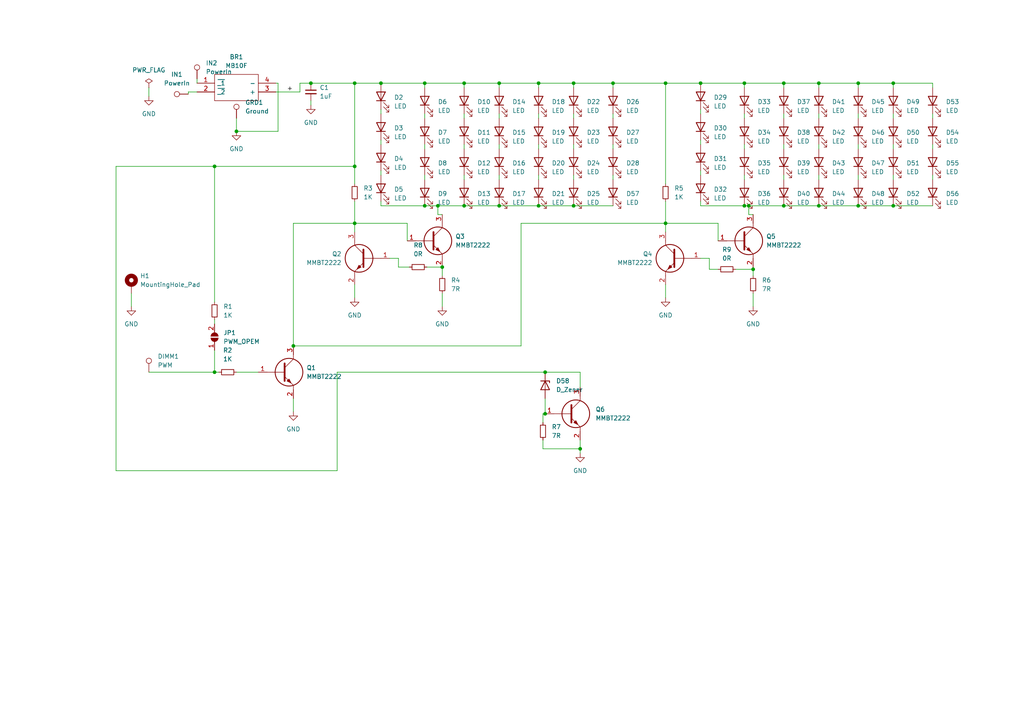
<source format=kicad_sch>
(kicad_sch (version 20211123) (generator eeschema)

  (uuid e63e39d7-6ac0-4ffd-8aa3-1841a4541b55)

  (paper "A4")

  (lib_symbols
    (symbol "Connector:TestPoint" (pin_numbers hide) (pin_names (offset 0.762) hide) (in_bom yes) (on_board yes)
      (property "Reference" "TP" (id 0) (at 0 6.858 0)
        (effects (font (size 1.27 1.27)))
      )
      (property "Value" "TestPoint" (id 1) (at 0 5.08 0)
        (effects (font (size 1.27 1.27)))
      )
      (property "Footprint" "" (id 2) (at 5.08 0 0)
        (effects (font (size 1.27 1.27)) hide)
      )
      (property "Datasheet" "~" (id 3) (at 5.08 0 0)
        (effects (font (size 1.27 1.27)) hide)
      )
      (property "ki_keywords" "test point tp" (id 4) (at 0 0 0)
        (effects (font (size 1.27 1.27)) hide)
      )
      (property "ki_description" "test point" (id 5) (at 0 0 0)
        (effects (font (size 1.27 1.27)) hide)
      )
      (property "ki_fp_filters" "Pin* Test*" (id 6) (at 0 0 0)
        (effects (font (size 1.27 1.27)) hide)
      )
      (symbol "TestPoint_0_1"
        (circle (center 0 3.302) (radius 0.762)
          (stroke (width 0) (type default) (color 0 0 0 0))
          (fill (type none))
        )
      )
      (symbol "TestPoint_1_1"
        (pin passive line (at 0 0 90) (length 2.54)
          (name "1" (effects (font (size 1.27 1.27))))
          (number "1" (effects (font (size 1.27 1.27))))
        )
      )
    )
    (symbol "Device:C_Small" (pin_numbers hide) (pin_names (offset 0.254) hide) (in_bom yes) (on_board yes)
      (property "Reference" "C" (id 0) (at 0.254 1.778 0)
        (effects (font (size 1.27 1.27)) (justify left))
      )
      (property "Value" "C_Small" (id 1) (at 0.254 -2.032 0)
        (effects (font (size 1.27 1.27)) (justify left))
      )
      (property "Footprint" "" (id 2) (at 0 0 0)
        (effects (font (size 1.27 1.27)) hide)
      )
      (property "Datasheet" "~" (id 3) (at 0 0 0)
        (effects (font (size 1.27 1.27)) hide)
      )
      (property "ki_keywords" "capacitor cap" (id 4) (at 0 0 0)
        (effects (font (size 1.27 1.27)) hide)
      )
      (property "ki_description" "Unpolarized capacitor, small symbol" (id 5) (at 0 0 0)
        (effects (font (size 1.27 1.27)) hide)
      )
      (property "ki_fp_filters" "C_*" (id 6) (at 0 0 0)
        (effects (font (size 1.27 1.27)) hide)
      )
      (symbol "C_Small_0_1"
        (polyline
          (pts
            (xy -1.524 -0.508)
            (xy 1.524 -0.508)
          )
          (stroke (width 0.3302) (type default) (color 0 0 0 0))
          (fill (type none))
        )
        (polyline
          (pts
            (xy -1.524 0.508)
            (xy 1.524 0.508)
          )
          (stroke (width 0.3048) (type default) (color 0 0 0 0))
          (fill (type none))
        )
      )
      (symbol "C_Small_1_1"
        (pin passive line (at 0 2.54 270) (length 2.032)
          (name "~" (effects (font (size 1.27 1.27))))
          (number "1" (effects (font (size 1.27 1.27))))
        )
        (pin passive line (at 0 -2.54 90) (length 2.032)
          (name "~" (effects (font (size 1.27 1.27))))
          (number "2" (effects (font (size 1.27 1.27))))
        )
      )
    )
    (symbol "Device:D_Zener" (pin_numbers hide) (pin_names (offset 1.016) hide) (in_bom yes) (on_board yes)
      (property "Reference" "D" (id 0) (at 0 2.54 0)
        (effects (font (size 1.27 1.27)))
      )
      (property "Value" "D_Zener" (id 1) (at 0 -2.54 0)
        (effects (font (size 1.27 1.27)))
      )
      (property "Footprint" "" (id 2) (at 0 0 0)
        (effects (font (size 1.27 1.27)) hide)
      )
      (property "Datasheet" "~" (id 3) (at 0 0 0)
        (effects (font (size 1.27 1.27)) hide)
      )
      (property "ki_keywords" "diode" (id 4) (at 0 0 0)
        (effects (font (size 1.27 1.27)) hide)
      )
      (property "ki_description" "Zener diode" (id 5) (at 0 0 0)
        (effects (font (size 1.27 1.27)) hide)
      )
      (property "ki_fp_filters" "TO-???* *_Diode_* *SingleDiode* D_*" (id 6) (at 0 0 0)
        (effects (font (size 1.27 1.27)) hide)
      )
      (symbol "D_Zener_0_1"
        (polyline
          (pts
            (xy 1.27 0)
            (xy -1.27 0)
          )
          (stroke (width 0) (type default) (color 0 0 0 0))
          (fill (type none))
        )
        (polyline
          (pts
            (xy -1.27 -1.27)
            (xy -1.27 1.27)
            (xy -0.762 1.27)
          )
          (stroke (width 0.254) (type default) (color 0 0 0 0))
          (fill (type none))
        )
        (polyline
          (pts
            (xy 1.27 -1.27)
            (xy 1.27 1.27)
            (xy -1.27 0)
            (xy 1.27 -1.27)
          )
          (stroke (width 0.254) (type default) (color 0 0 0 0))
          (fill (type none))
        )
      )
      (symbol "D_Zener_1_1"
        (pin passive line (at -3.81 0 0) (length 2.54)
          (name "K" (effects (font (size 1.27 1.27))))
          (number "1" (effects (font (size 1.27 1.27))))
        )
        (pin passive line (at 3.81 0 180) (length 2.54)
          (name "A" (effects (font (size 1.27 1.27))))
          (number "2" (effects (font (size 1.27 1.27))))
        )
      )
    )
    (symbol "Device:LED" (pin_numbers hide) (pin_names (offset 1.016) hide) (in_bom yes) (on_board yes)
      (property "Reference" "D" (id 0) (at 0 2.54 0)
        (effects (font (size 1.27 1.27)))
      )
      (property "Value" "LED" (id 1) (at 0 -2.54 0)
        (effects (font (size 1.27 1.27)))
      )
      (property "Footprint" "" (id 2) (at 0 0 0)
        (effects (font (size 1.27 1.27)) hide)
      )
      (property "Datasheet" "~" (id 3) (at 0 0 0)
        (effects (font (size 1.27 1.27)) hide)
      )
      (property "ki_keywords" "LED diode" (id 4) (at 0 0 0)
        (effects (font (size 1.27 1.27)) hide)
      )
      (property "ki_description" "Light emitting diode" (id 5) (at 0 0 0)
        (effects (font (size 1.27 1.27)) hide)
      )
      (property "ki_fp_filters" "LED* LED_SMD:* LED_THT:*" (id 6) (at 0 0 0)
        (effects (font (size 1.27 1.27)) hide)
      )
      (symbol "LED_0_1"
        (polyline
          (pts
            (xy -1.27 -1.27)
            (xy -1.27 1.27)
          )
          (stroke (width 0.254) (type default) (color 0 0 0 0))
          (fill (type none))
        )
        (polyline
          (pts
            (xy -1.27 0)
            (xy 1.27 0)
          )
          (stroke (width 0) (type default) (color 0 0 0 0))
          (fill (type none))
        )
        (polyline
          (pts
            (xy 1.27 -1.27)
            (xy 1.27 1.27)
            (xy -1.27 0)
            (xy 1.27 -1.27)
          )
          (stroke (width 0.254) (type default) (color 0 0 0 0))
          (fill (type none))
        )
        (polyline
          (pts
            (xy -3.048 -0.762)
            (xy -4.572 -2.286)
            (xy -3.81 -2.286)
            (xy -4.572 -2.286)
            (xy -4.572 -1.524)
          )
          (stroke (width 0) (type default) (color 0 0 0 0))
          (fill (type none))
        )
        (polyline
          (pts
            (xy -1.778 -0.762)
            (xy -3.302 -2.286)
            (xy -2.54 -2.286)
            (xy -3.302 -2.286)
            (xy -3.302 -1.524)
          )
          (stroke (width 0) (type default) (color 0 0 0 0))
          (fill (type none))
        )
      )
      (symbol "LED_1_1"
        (pin passive line (at -3.81 0 0) (length 2.54)
          (name "K" (effects (font (size 1.27 1.27))))
          (number "1" (effects (font (size 1.27 1.27))))
        )
        (pin passive line (at 3.81 0 180) (length 2.54)
          (name "A" (effects (font (size 1.27 1.27))))
          (number "2" (effects (font (size 1.27 1.27))))
        )
      )
    )
    (symbol "Device:R_Small" (pin_numbers hide) (pin_names (offset 0.254) hide) (in_bom yes) (on_board yes)
      (property "Reference" "R" (id 0) (at 0.762 0.508 0)
        (effects (font (size 1.27 1.27)) (justify left))
      )
      (property "Value" "R_Small" (id 1) (at 0.762 -1.016 0)
        (effects (font (size 1.27 1.27)) (justify left))
      )
      (property "Footprint" "" (id 2) (at 0 0 0)
        (effects (font (size 1.27 1.27)) hide)
      )
      (property "Datasheet" "~" (id 3) (at 0 0 0)
        (effects (font (size 1.27 1.27)) hide)
      )
      (property "ki_keywords" "R resistor" (id 4) (at 0 0 0)
        (effects (font (size 1.27 1.27)) hide)
      )
      (property "ki_description" "Resistor, small symbol" (id 5) (at 0 0 0)
        (effects (font (size 1.27 1.27)) hide)
      )
      (property "ki_fp_filters" "R_*" (id 6) (at 0 0 0)
        (effects (font (size 1.27 1.27)) hide)
      )
      (symbol "R_Small_0_1"
        (rectangle (start -0.762 1.778) (end 0.762 -1.778)
          (stroke (width 0.2032) (type default) (color 0 0 0 0))
          (fill (type none))
        )
      )
      (symbol "R_Small_1_1"
        (pin passive line (at 0 2.54 270) (length 0.762)
          (name "~" (effects (font (size 1.27 1.27))))
          (number "1" (effects (font (size 1.27 1.27))))
        )
        (pin passive line (at 0 -2.54 90) (length 0.762)
          (name "~" (effects (font (size 1.27 1.27))))
          (number "2" (effects (font (size 1.27 1.27))))
        )
      )
    )
    (symbol "Jumper:SolderJumper_2_Open" (pin_names (offset 0) hide) (in_bom yes) (on_board yes)
      (property "Reference" "JP" (id 0) (at 0 2.032 0)
        (effects (font (size 1.27 1.27)))
      )
      (property "Value" "SolderJumper_2_Open" (id 1) (at 0 -2.54 0)
        (effects (font (size 1.27 1.27)))
      )
      (property "Footprint" "" (id 2) (at 0 0 0)
        (effects (font (size 1.27 1.27)) hide)
      )
      (property "Datasheet" "~" (id 3) (at 0 0 0)
        (effects (font (size 1.27 1.27)) hide)
      )
      (property "ki_keywords" "solder jumper SPST" (id 4) (at 0 0 0)
        (effects (font (size 1.27 1.27)) hide)
      )
      (property "ki_description" "Solder Jumper, 2-pole, open" (id 5) (at 0 0 0)
        (effects (font (size 1.27 1.27)) hide)
      )
      (property "ki_fp_filters" "SolderJumper*Open*" (id 6) (at 0 0 0)
        (effects (font (size 1.27 1.27)) hide)
      )
      (symbol "SolderJumper_2_Open_0_1"
        (arc (start -0.254 1.016) (mid -1.27 0) (end -0.254 -1.016)
          (stroke (width 0) (type default) (color 0 0 0 0))
          (fill (type none))
        )
        (arc (start -0.254 1.016) (mid -1.27 0) (end -0.254 -1.016)
          (stroke (width 0) (type default) (color 0 0 0 0))
          (fill (type outline))
        )
        (polyline
          (pts
            (xy -0.254 1.016)
            (xy -0.254 -1.016)
          )
          (stroke (width 0) (type default) (color 0 0 0 0))
          (fill (type none))
        )
        (polyline
          (pts
            (xy 0.254 1.016)
            (xy 0.254 -1.016)
          )
          (stroke (width 0) (type default) (color 0 0 0 0))
          (fill (type none))
        )
        (arc (start 0.254 -1.016) (mid 1.27 0) (end 0.254 1.016)
          (stroke (width 0) (type default) (color 0 0 0 0))
          (fill (type none))
        )
        (arc (start 0.254 -1.016) (mid 1.27 0) (end 0.254 1.016)
          (stroke (width 0) (type default) (color 0 0 0 0))
          (fill (type outline))
        )
      )
      (symbol "SolderJumper_2_Open_1_1"
        (pin passive line (at -3.81 0 0) (length 2.54)
          (name "A" (effects (font (size 1.27 1.27))))
          (number "1" (effects (font (size 1.27 1.27))))
        )
        (pin passive line (at 3.81 0 180) (length 2.54)
          (name "B" (effects (font (size 1.27 1.27))))
          (number "2" (effects (font (size 1.27 1.27))))
        )
      )
    )
    (symbol "MB10F:MB10F" (pin_names (offset 0.762)) (in_bom yes) (on_board yes)
      (property "Reference" "BR" (id 0) (at 19.05 7.62 0)
        (effects (font (size 1.27 1.27)) (justify left))
      )
      (property "Value" "MB10F" (id 1) (at 19.05 5.08 0)
        (effects (font (size 1.27 1.27)) (justify left))
      )
      (property "Footprint" "SOP250P670X180-4N" (id 2) (at 19.05 2.54 0)
        (effects (font (size 1.27 1.27)) (justify left) hide)
      )
      (property "Datasheet" "https://www.arrow.com/en/products/mb10f/rectron" (id 3) (at 19.05 0 0)
        (effects (font (size 1.27 1.27)) (justify left) hide)
      )
      (property "Description" "MB10F" (id 4) (at 19.05 -2.54 0)
        (effects (font (size 1.27 1.27)) (justify left) hide)
      )
      (property "Height" "1.8" (id 5) (at 19.05 -5.08 0)
        (effects (font (size 1.27 1.27)) (justify left) hide)
      )
      (property "Manufacturer_Name" "Rectron" (id 6) (at 19.05 -7.62 0)
        (effects (font (size 1.27 1.27)) (justify left) hide)
      )
      (property "Manufacturer_Part_Number" "MB10F" (id 7) (at 19.05 -10.16 0)
        (effects (font (size 1.27 1.27)) (justify left) hide)
      )
      (property "Mouser Part Number" "" (id 8) (at 19.05 -12.7 0)
        (effects (font (size 1.27 1.27)) (justify left) hide)
      )
      (property "Mouser Price/Stock" "" (id 9) (at 19.05 -15.24 0)
        (effects (font (size 1.27 1.27)) (justify left) hide)
      )
      (property "Arrow Part Number" "MB10F" (id 10) (at 19.05 -17.78 0)
        (effects (font (size 1.27 1.27)) (justify left) hide)
      )
      (property "Arrow Price/Stock" "https://www.arrow.com/en/products/mb10f/rectron?region=nac" (id 11) (at 19.05 -20.32 0)
        (effects (font (size 1.27 1.27)) (justify left) hide)
      )
      (property "ki_description" "MB10F" (id 12) (at 0 0 0)
        (effects (font (size 1.27 1.27)) hide)
      )
      (symbol "MB10F_0_0"
        (pin passive line (at 0 0 0) (length 5.08)
          (name "~{_1}" (effects (font (size 1.27 1.27))))
          (number "1" (effects (font (size 1.27 1.27))))
        )
        (pin passive line (at 0 -2.54 0) (length 5.08)
          (name "~{_2}" (effects (font (size 1.27 1.27))))
          (number "2" (effects (font (size 1.27 1.27))))
        )
        (pin passive line (at 22.86 -2.54 180) (length 5.08)
          (name "+" (effects (font (size 1.27 1.27))))
          (number "3" (effects (font (size 1.27 1.27))))
        )
        (pin passive line (at 22.86 0 180) (length 5.08)
          (name "-" (effects (font (size 1.27 1.27))))
          (number "4" (effects (font (size 1.27 1.27))))
        )
      )
      (symbol "MB10F_0_1"
        (polyline
          (pts
            (xy 5.08 2.54)
            (xy 17.78 2.54)
            (xy 17.78 -5.08)
            (xy 5.08 -5.08)
            (xy 5.08 2.54)
          )
          (stroke (width 0.1524) (type default) (color 0 0 0 0))
          (fill (type none))
        )
      )
    )
    (symbol "MMBT2222:MMBT2222" (pin_names (offset 0.762)) (in_bom yes) (on_board yes)
      (property "Reference" "Q" (id 0) (at 13.97 1.27 0)
        (effects (font (size 1.27 1.27)) (justify left))
      )
      (property "Value" "MMBT2222" (id 1) (at 13.97 -1.27 0)
        (effects (font (size 1.27 1.27)) (justify left))
      )
      (property "Footprint" "SOT95P240X114-3N" (id 2) (at 13.97 -3.81 0)
        (effects (font (size 1.27 1.27)) (justify left) hide)
      )
      (property "Datasheet" "https://componentsearchengine.com/Datasheets/1/MMBT2222.pdf" (id 3) (at 13.97 -6.35 0)
        (effects (font (size 1.27 1.27)) (justify left) hide)
      )
      (property "Description" "Bipolar Transistors - BJT NPN Transistor General Purpose" (id 4) (at 13.97 -8.89 0)
        (effects (font (size 1.27 1.27)) (justify left) hide)
      )
      (property "Height" "1.14" (id 5) (at 13.97 -11.43 0)
        (effects (font (size 1.27 1.27)) (justify left) hide)
      )
      (property "Manufacturer_Name" "ON Semiconductor" (id 6) (at 13.97 -13.97 0)
        (effects (font (size 1.27 1.27)) (justify left) hide)
      )
      (property "Manufacturer_Part_Number" "MMBT2222" (id 7) (at 13.97 -16.51 0)
        (effects (font (size 1.27 1.27)) (justify left) hide)
      )
      (property "Mouser Part Number" "512-MMBT2222" (id 8) (at 13.97 -19.05 0)
        (effects (font (size 1.27 1.27)) (justify left) hide)
      )
      (property "Mouser Price/Stock" "https://www.mouser.co.uk/ProductDetail/ON-Semiconductor-Fairchild/MMBT2222/?qs=UMEuL5FsraD0NR7loUMuuw%3D%3D" (id 9) (at 13.97 -21.59 0)
        (effects (font (size 1.27 1.27)) (justify left) hide)
      )
      (property "Arrow Part Number" "" (id 10) (at 13.97 -24.13 0)
        (effects (font (size 1.27 1.27)) (justify left) hide)
      )
      (property "Arrow Price/Stock" "" (id 11) (at 13.97 -26.67 0)
        (effects (font (size 1.27 1.27)) (justify left) hide)
      )
      (property "ki_description" "Bipolar Transistors - BJT NPN Transistor General Purpose" (id 12) (at 0 0 0)
        (effects (font (size 1.27 1.27)) hide)
      )
      (symbol "MMBT2222_0_0"
        (pin passive line (at 0 0 0) (length 2.54)
          (name "~" (effects (font (size 1.27 1.27))))
          (number "1" (effects (font (size 1.27 1.27))))
        )
        (pin passive line (at 10.16 -7.62 90) (length 2.54)
          (name "~" (effects (font (size 1.27 1.27))))
          (number "2" (effects (font (size 1.27 1.27))))
        )
        (pin passive line (at 10.16 7.62 270) (length 2.54)
          (name "~" (effects (font (size 1.27 1.27))))
          (number "3" (effects (font (size 1.27 1.27))))
        )
      )
      (symbol "MMBT2222_0_1"
        (polyline
          (pts
            (xy 2.54 0)
            (xy 7.62 0)
          )
          (stroke (width 0.1524) (type default) (color 0 0 0 0))
          (fill (type none))
        )
        (polyline
          (pts
            (xy 7.62 -1.27)
            (xy 10.16 -3.81)
          )
          (stroke (width 0.1524) (type default) (color 0 0 0 0))
          (fill (type none))
        )
        (polyline
          (pts
            (xy 7.62 1.27)
            (xy 10.16 3.81)
          )
          (stroke (width 0.1524) (type default) (color 0 0 0 0))
          (fill (type none))
        )
        (polyline
          (pts
            (xy 7.62 2.54)
            (xy 7.62 -2.54)
          )
          (stroke (width 0.508) (type default) (color 0 0 0 0))
          (fill (type none))
        )
        (polyline
          (pts
            (xy 10.16 -3.81)
            (xy 10.16 -5.08)
          )
          (stroke (width 0.1524) (type default) (color 0 0 0 0))
          (fill (type none))
        )
        (polyline
          (pts
            (xy 10.16 3.81)
            (xy 10.16 5.08)
          )
          (stroke (width 0.1524) (type default) (color 0 0 0 0))
          (fill (type none))
        )
        (polyline
          (pts
            (xy 8.382 -2.54)
            (xy 8.89 -2.032)
            (xy 9.398 -3.048)
            (xy 8.382 -2.54)
          )
          (stroke (width 0.254) (type default) (color 0 0 0 0))
          (fill (type outline))
        )
        (circle (center 8.89 0) (radius 4.0132)
          (stroke (width 0.254) (type default) (color 0 0 0 0))
          (fill (type none))
        )
      )
    )
    (symbol "Mechanical:MountingHole_Pad" (pin_numbers hide) (pin_names (offset 1.016) hide) (in_bom yes) (on_board yes)
      (property "Reference" "H" (id 0) (at 0 6.35 0)
        (effects (font (size 1.27 1.27)))
      )
      (property "Value" "MountingHole_Pad" (id 1) (at 0 4.445 0)
        (effects (font (size 1.27 1.27)))
      )
      (property "Footprint" "" (id 2) (at 0 0 0)
        (effects (font (size 1.27 1.27)) hide)
      )
      (property "Datasheet" "~" (id 3) (at 0 0 0)
        (effects (font (size 1.27 1.27)) hide)
      )
      (property "ki_keywords" "mounting hole" (id 4) (at 0 0 0)
        (effects (font (size 1.27 1.27)) hide)
      )
      (property "ki_description" "Mounting Hole with connection" (id 5) (at 0 0 0)
        (effects (font (size 1.27 1.27)) hide)
      )
      (property "ki_fp_filters" "MountingHole*Pad*" (id 6) (at 0 0 0)
        (effects (font (size 1.27 1.27)) hide)
      )
      (symbol "MountingHole_Pad_0_1"
        (circle (center 0 1.27) (radius 1.27)
          (stroke (width 1.27) (type default) (color 0 0 0 0))
          (fill (type none))
        )
      )
      (symbol "MountingHole_Pad_1_1"
        (pin input line (at 0 -2.54 90) (length 2.54)
          (name "1" (effects (font (size 1.27 1.27))))
          (number "1" (effects (font (size 1.27 1.27))))
        )
      )
    )
    (symbol "power:GND" (power) (pin_names (offset 0)) (in_bom yes) (on_board yes)
      (property "Reference" "#PWR" (id 0) (at 0 -6.35 0)
        (effects (font (size 1.27 1.27)) hide)
      )
      (property "Value" "GND" (id 1) (at 0 -3.81 0)
        (effects (font (size 1.27 1.27)))
      )
      (property "Footprint" "" (id 2) (at 0 0 0)
        (effects (font (size 1.27 1.27)) hide)
      )
      (property "Datasheet" "" (id 3) (at 0 0 0)
        (effects (font (size 1.27 1.27)) hide)
      )
      (property "ki_keywords" "power-flag" (id 4) (at 0 0 0)
        (effects (font (size 1.27 1.27)) hide)
      )
      (property "ki_description" "Power symbol creates a global label with name \"GND\" , ground" (id 5) (at 0 0 0)
        (effects (font (size 1.27 1.27)) hide)
      )
      (symbol "GND_0_1"
        (polyline
          (pts
            (xy 0 0)
            (xy 0 -1.27)
            (xy 1.27 -1.27)
            (xy 0 -2.54)
            (xy -1.27 -1.27)
            (xy 0 -1.27)
          )
          (stroke (width 0) (type default) (color 0 0 0 0))
          (fill (type none))
        )
      )
      (symbol "GND_1_1"
        (pin power_in line (at 0 0 270) (length 0) hide
          (name "GND" (effects (font (size 1.27 1.27))))
          (number "1" (effects (font (size 1.27 1.27))))
        )
      )
    )
    (symbol "power:PWR_FLAG" (power) (pin_numbers hide) (pin_names (offset 0) hide) (in_bom yes) (on_board yes)
      (property "Reference" "#FLG" (id 0) (at 0 1.905 0)
        (effects (font (size 1.27 1.27)) hide)
      )
      (property "Value" "PWR_FLAG" (id 1) (at 0 3.81 0)
        (effects (font (size 1.27 1.27)))
      )
      (property "Footprint" "" (id 2) (at 0 0 0)
        (effects (font (size 1.27 1.27)) hide)
      )
      (property "Datasheet" "~" (id 3) (at 0 0 0)
        (effects (font (size 1.27 1.27)) hide)
      )
      (property "ki_keywords" "power-flag" (id 4) (at 0 0 0)
        (effects (font (size 1.27 1.27)) hide)
      )
      (property "ki_description" "Special symbol for telling ERC where power comes from" (id 5) (at 0 0 0)
        (effects (font (size 1.27 1.27)) hide)
      )
      (symbol "PWR_FLAG_0_0"
        (pin power_out line (at 0 0 90) (length 0)
          (name "pwr" (effects (font (size 1.27 1.27))))
          (number "1" (effects (font (size 1.27 1.27))))
        )
      )
      (symbol "PWR_FLAG_0_1"
        (polyline
          (pts
            (xy 0 0)
            (xy 0 1.27)
            (xy -1.016 1.905)
            (xy 0 2.54)
            (xy 1.016 1.905)
            (xy 0 1.27)
          )
          (stroke (width 0) (type default) (color 0 0 0 0))
          (fill (type none))
        )
      )
    )
  )

  (junction (at 123.19 24.13) (diameter 0) (color 0 0 0 0)
    (uuid 03127138-1dab-4dfc-8483-d7adf9cb15cb)
  )
  (junction (at 248.92 24.13) (diameter 0) (color 0 0 0 0)
    (uuid 040627b9-05e2-4d86-a04b-22f99ca92fdc)
  )
  (junction (at 166.37 59.69) (diameter 0) (color 0 0 0 0)
    (uuid 0bdf1768-0df2-4f58-83ff-8f986ec20e13)
  )
  (junction (at 156.21 24.13) (diameter 0) (color 0 0 0 0)
    (uuid 0d6f8207-fb87-4a97-b9be-10d99461349d)
  )
  (junction (at 227.33 59.69) (diameter 0) (color 0 0 0 0)
    (uuid 1009eeb8-4be8-49ff-871d-1e30079ffe54)
  )
  (junction (at 217.17 59.69) (diameter 0) (color 0 0 0 0)
    (uuid 128f9f60-5d3c-4d0e-801f-d569bc619222)
  )
  (junction (at 193.04 64.77) (diameter 0) (color 0 0 0 0)
    (uuid 14996e6a-17fd-45ab-b2c2-528e43e642d5)
  )
  (junction (at 134.62 24.13) (diameter 0) (color 0 0 0 0)
    (uuid 16e2a9fb-ad87-4ade-aedb-81c61a02259e)
  )
  (junction (at 128.27 77.47) (diameter 0) (color 0 0 0 0)
    (uuid 1d846ab3-0bdd-4eb4-85ed-486dff51ec4f)
  )
  (junction (at 134.62 59.69) (diameter 0) (color 0 0 0 0)
    (uuid 26b7bea3-d681-4ebf-b4e7-2693e461905c)
  )
  (junction (at 123.19 59.69) (diameter 0) (color 0 0 0 0)
    (uuid 36560203-631e-458d-a079-cdf4740d1d6c)
  )
  (junction (at 215.9 24.13) (diameter 0) (color 0 0 0 0)
    (uuid 3a4a57e1-b585-4938-941e-dbf75ba575c5)
  )
  (junction (at 102.87 64.77) (diameter 0) (color 0 0 0 0)
    (uuid 4be1048f-e222-4426-b6e0-4a16ce902cc4)
  )
  (junction (at 248.92 59.69) (diameter 0) (color 0 0 0 0)
    (uuid 4e59d98c-dfb4-419e-a2e3-b8ed4a64c650)
  )
  (junction (at 144.78 24.13) (diameter 0) (color 0 0 0 0)
    (uuid 523de9c5-b764-4f59-9900-a135fd618d03)
  )
  (junction (at 144.78 59.69) (diameter 0) (color 0 0 0 0)
    (uuid 559ca890-96e3-4b22-a009-db78d27bc943)
  )
  (junction (at 62.23 48.26) (diameter 0) (color 0 0 0 0)
    (uuid 59f5bab1-378f-4cff-877e-49e3ce11b44f)
  )
  (junction (at 218.44 78.105) (diameter 0) (color 0 0 0 0)
    (uuid 5b83a401-2009-495a-8ea7-d0e11708202c)
  )
  (junction (at 90.17 24.13) (diameter 0) (color 0 0 0 0)
    (uuid 5c9b3302-07e0-4a63-9949-2a5c2c03f9f0)
  )
  (junction (at 158.115 107.95) (diameter 0) (color 0 0 0 0)
    (uuid 6e072739-8f61-40c8-b97b-8167c464b04d)
  )
  (junction (at 237.49 59.69) (diameter 0) (color 0 0 0 0)
    (uuid 781602e4-fe25-4da3-a788-0c3d20aafcb7)
  )
  (junction (at 85.09 100.33) (diameter 0) (color 0 0 0 0)
    (uuid 810db62c-4bf0-47ef-8d0b-bfd1cd285b89)
  )
  (junction (at 156.21 59.69) (diameter 0) (color 0 0 0 0)
    (uuid 82820ceb-aa9a-48df-ba50-13a5e410c155)
  )
  (junction (at 102.87 24.13) (diameter 0) (color 0 0 0 0)
    (uuid 835ee1cd-e62a-47d2-ab4d-fb57c54803c6)
  )
  (junction (at 110.49 24.13) (diameter 0) (color 0 0 0 0)
    (uuid 93498e43-ca2f-453c-999d-a21ed0d97e80)
  )
  (junction (at 68.58 38.1) (diameter 0) (color 0 0 0 0)
    (uuid 9f983bf5-2ebb-43e0-8bee-02e997c1aa98)
  )
  (junction (at 158.115 120.015) (diameter 0) (color 0 0 0 0)
    (uuid a0f79808-3720-4596-a23d-0a1d6cc33d50)
  )
  (junction (at 215.9 59.69) (diameter 0) (color 0 0 0 0)
    (uuid a38dd7a0-2b9e-476c-b632-2907dd07a88d)
  )
  (junction (at 237.49 24.13) (diameter 0) (color 0 0 0 0)
    (uuid a456bd40-b2fd-424c-b931-b7b320bd8eee)
  )
  (junction (at 193.04 24.13) (diameter 0) (color 0 0 0 0)
    (uuid a741eaa1-32d8-4253-af20-824460da44a2)
  )
  (junction (at 168.275 130.175) (diameter 0) (color 0 0 0 0)
    (uuid b05ee739-aff8-460a-9469-0eeed11d5422)
  )
  (junction (at 259.08 59.69) (diameter 0) (color 0 0 0 0)
    (uuid b1ecae92-369a-4bdd-9a4f-4ff32074622c)
  )
  (junction (at 62.23 107.95) (diameter 0) (color 0 0 0 0)
    (uuid b934e5ba-28ba-4251-bc7c-8d38080cce50)
  )
  (junction (at 177.8 24.13) (diameter 0) (color 0 0 0 0)
    (uuid dd6b3a53-1365-456a-b8de-6bc119fae805)
  )
  (junction (at 127 59.69) (diameter 0) (color 0 0 0 0)
    (uuid e63ac9c3-b118-4cc7-a31b-494a9afe70c2)
  )
  (junction (at 259.08 24.13) (diameter 0) (color 0 0 0 0)
    (uuid e63e1cae-cab8-46ac-b0e5-a9031978ba35)
  )
  (junction (at 166.37 24.13) (diameter 0) (color 0 0 0 0)
    (uuid e90c8d5a-11a1-4cfa-86fb-0a6cad763c8e)
  )
  (junction (at 227.33 24.13) (diameter 0) (color 0 0 0 0)
    (uuid f0610c5b-b4dd-4dd6-93c5-2f2fae809af6)
  )
  (junction (at 203.2 24.13) (diameter 0) (color 0 0 0 0)
    (uuid fa8b90a0-2d55-4478-9ea5-1a75ab33556a)
  )
  (junction (at 102.87 48.26) (diameter 0) (color 0 0 0 0)
    (uuid fcfaec9e-04e3-42f2-96bd-3a7e31baa906)
  )

  (wire (pts (xy 90.17 29.21) (xy 90.17 30.48))
    (stroke (width 0) (type default) (color 0 0 0 0))
    (uuid 01059cff-2151-4925-abad-5f7d6f8a6345)
  )
  (wire (pts (xy 193.04 53.34) (xy 193.04 24.13))
    (stroke (width 0) (type default) (color 0 0 0 0))
    (uuid 0285722c-8369-4455-bd99-2f81c14fddfd)
  )
  (wire (pts (xy 33.655 48.26) (xy 62.23 48.26))
    (stroke (width 0) (type default) (color 0 0 0 0))
    (uuid 02f60d65-219d-48b1-83a8-a9767f256dc5)
  )
  (wire (pts (xy 113.03 74.93) (xy 115.57 74.93))
    (stroke (width 0) (type default) (color 0 0 0 0))
    (uuid 091c26ce-d5d0-49f7-a6df-601b22d988f3)
  )
  (wire (pts (xy 177.8 25.4) (xy 177.8 24.13))
    (stroke (width 0) (type default) (color 0 0 0 0))
    (uuid 0a10b6b5-e15c-4e07-9664-2adc2bcdb78a)
  )
  (wire (pts (xy 177.8 33.02) (xy 177.8 34.29))
    (stroke (width 0) (type default) (color 0 0 0 0))
    (uuid 0b8e7a68-d665-4569-8ae0-d1557518df69)
  )
  (wire (pts (xy 85.09 115.57) (xy 85.09 119.38))
    (stroke (width 0) (type default) (color 0 0 0 0))
    (uuid 0d94a1e6-dfde-40fe-8b7b-5c88ee2e00ee)
  )
  (wire (pts (xy 237.49 24.13) (xy 237.49 25.4))
    (stroke (width 0) (type default) (color 0 0 0 0))
    (uuid 100d2a3a-3563-41d1-8d8a-ddb39323c253)
  )
  (wire (pts (xy 115.57 74.93) (xy 115.57 77.47))
    (stroke (width 0) (type default) (color 0 0 0 0))
    (uuid 13295d88-758c-43de-80b5-2a33a26676e5)
  )
  (wire (pts (xy 43.18 25.4) (xy 43.18 27.94))
    (stroke (width 0) (type default) (color 0 0 0 0))
    (uuid 15189c6d-5ecd-4ada-876c-f68a0c28fc53)
  )
  (wire (pts (xy 57.15 22.86) (xy 57.15 24.13))
    (stroke (width 0) (type default) (color 0 0 0 0))
    (uuid 1735ca92-4e88-4c47-82c1-4e4773a59c88)
  )
  (wire (pts (xy 158.115 107.95) (xy 97.79 107.95))
    (stroke (width 0) (type default) (color 0 0 0 0))
    (uuid 18cb7b62-f521-417e-97eb-4c71b0f1167a)
  )
  (wire (pts (xy 166.37 59.69) (xy 177.8 59.69))
    (stroke (width 0) (type default) (color 0 0 0 0))
    (uuid 1a29dda4-14ba-4cce-9812-078af5f65e79)
  )
  (wire (pts (xy 157.48 120.015) (xy 157.48 122.555))
    (stroke (width 0) (type default) (color 0 0 0 0))
    (uuid 1b4a2527-8a26-4809-9d07-0062e4a0cb87)
  )
  (wire (pts (xy 123.19 59.69) (xy 127 59.69))
    (stroke (width 0) (type default) (color 0 0 0 0))
    (uuid 24bea8c3-128f-4f08-8840-7e4e600e8447)
  )
  (wire (pts (xy 237.49 24.13) (xy 248.92 24.13))
    (stroke (width 0) (type default) (color 0 0 0 0))
    (uuid 2541528d-3501-47c3-943c-145d30386a30)
  )
  (wire (pts (xy 248.92 59.69) (xy 259.08 59.69))
    (stroke (width 0) (type default) (color 0 0 0 0))
    (uuid 26a5dc24-85c3-4b66-9f46-544b6867474c)
  )
  (wire (pts (xy 118.11 69.85) (xy 118.11 64.77))
    (stroke (width 0) (type default) (color 0 0 0 0))
    (uuid 2cb89c2f-b022-4392-bb80-c5154f8a02e8)
  )
  (wire (pts (xy 270.51 33.02) (xy 270.51 34.29))
    (stroke (width 0) (type default) (color 0 0 0 0))
    (uuid 2ce9e6de-ff9a-4df0-a597-85410209b009)
  )
  (wire (pts (xy 134.62 59.69) (xy 144.78 59.69))
    (stroke (width 0) (type default) (color 0 0 0 0))
    (uuid 2ead479d-e4b4-4edf-8e1c-e376c76a93d5)
  )
  (wire (pts (xy 259.08 50.8) (xy 259.08 52.07))
    (stroke (width 0) (type default) (color 0 0 0 0))
    (uuid 2f1c135b-830b-4199-b6cd-ad42ff369f87)
  )
  (wire (pts (xy 248.92 50.8) (xy 248.92 52.07))
    (stroke (width 0) (type default) (color 0 0 0 0))
    (uuid 2f6cbfe8-42c7-4e33-ba50-e35c68da5d9a)
  )
  (wire (pts (xy 43.18 107.95) (xy 62.23 107.95))
    (stroke (width 0) (type default) (color 0 0 0 0))
    (uuid 3162c47d-3572-41f9-9aa1-1c7c65eb3adf)
  )
  (wire (pts (xy 166.37 33.02) (xy 166.37 34.29))
    (stroke (width 0) (type default) (color 0 0 0 0))
    (uuid 32b32565-adda-4dd4-9b9c-01a5075a8829)
  )
  (wire (pts (xy 156.21 24.13) (xy 166.37 24.13))
    (stroke (width 0) (type default) (color 0 0 0 0))
    (uuid 33a77d0a-6f8c-4655-bcf1-8dcb8360d67c)
  )
  (wire (pts (xy 259.08 24.13) (xy 259.08 25.4))
    (stroke (width 0) (type default) (color 0 0 0 0))
    (uuid 33f415f9-19fb-43d9-bd10-6ce4cbc7f458)
  )
  (wire (pts (xy 177.8 41.91) (xy 177.8 43.18))
    (stroke (width 0) (type default) (color 0 0 0 0))
    (uuid 344ad158-627a-4fe8-8f32-ea03d1a00181)
  )
  (wire (pts (xy 215.9 59.69) (xy 217.17 59.69))
    (stroke (width 0) (type default) (color 0 0 0 0))
    (uuid 35a8d4cc-4bbc-49c6-8023-e7b98daa01b6)
  )
  (wire (pts (xy 97.79 136.525) (xy 33.655 136.525))
    (stroke (width 0) (type default) (color 0 0 0 0))
    (uuid 36f1b138-9e38-446a-aa83-b11d47ebc8aa)
  )
  (wire (pts (xy 102.87 58.42) (xy 102.87 64.77))
    (stroke (width 0) (type default) (color 0 0 0 0))
    (uuid 39d55482-1f67-45fd-bbe1-0c890e90aece)
  )
  (wire (pts (xy 215.9 41.91) (xy 215.9 43.18))
    (stroke (width 0) (type default) (color 0 0 0 0))
    (uuid 3a219f63-a938-472a-a309-90297373c1b9)
  )
  (wire (pts (xy 156.21 24.13) (xy 156.21 25.4))
    (stroke (width 0) (type default) (color 0 0 0 0))
    (uuid 3a3700f4-3b70-49c1-90a2-ce602fcc5bd0)
  )
  (wire (pts (xy 218.44 85.09) (xy 218.44 88.9))
    (stroke (width 0) (type default) (color 0 0 0 0))
    (uuid 3d1a49f7-7d60-47f7-be5e-8a2fb6f6c932)
  )
  (wire (pts (xy 68.58 38.1) (xy 80.645 38.1))
    (stroke (width 0) (type default) (color 0 0 0 0))
    (uuid 3e08cfdb-8ab2-4733-90d7-623f7efd6d29)
  )
  (wire (pts (xy 168.275 127.635) (xy 168.275 130.175))
    (stroke (width 0) (type default) (color 0 0 0 0))
    (uuid 3e17548d-db05-4a15-906c-e39c7d80d12f)
  )
  (wire (pts (xy 62.23 87.63) (xy 62.23 48.26))
    (stroke (width 0) (type default) (color 0 0 0 0))
    (uuid 3f5ec47d-65bc-4f3f-8c58-8b06f28e0eeb)
  )
  (wire (pts (xy 151.13 100.33) (xy 85.09 100.33))
    (stroke (width 0) (type default) (color 0 0 0 0))
    (uuid 413c9909-90b3-458b-a4eb-a60f03031b82)
  )
  (wire (pts (xy 80.645 38.1) (xy 80.645 24.13))
    (stroke (width 0) (type default) (color 0 0 0 0))
    (uuid 43508ff7-440a-41d4-ab00-99315adaaa5d)
  )
  (wire (pts (xy 215.9 50.8) (xy 215.9 52.07))
    (stroke (width 0) (type default) (color 0 0 0 0))
    (uuid 4375774b-2b03-4e7b-8d7e-6daba59b99ac)
  )
  (wire (pts (xy 208.28 78.105) (xy 205.74 78.105))
    (stroke (width 0) (type default) (color 0 0 0 0))
    (uuid 43afd6b1-b2f6-43a5-92c9-24192cedd196)
  )
  (wire (pts (xy 203.2 59.69) (xy 215.9 59.69))
    (stroke (width 0) (type default) (color 0 0 0 0))
    (uuid 44bdb432-3315-4ea3-a110-09cfda5b937f)
  )
  (wire (pts (xy 218.44 77.47) (xy 218.44 78.105))
    (stroke (width 0) (type default) (color 0 0 0 0))
    (uuid 4660826a-5a5d-4361-8eba-c66763ac43a1)
  )
  (wire (pts (xy 102.87 82.55) (xy 102.87 86.36))
    (stroke (width 0) (type default) (color 0 0 0 0))
    (uuid 48ac4c30-fa2e-4a67-8f7a-c41e1b53fef1)
  )
  (wire (pts (xy 110.49 24.13) (xy 123.19 24.13))
    (stroke (width 0) (type default) (color 0 0 0 0))
    (uuid 49f912aa-f006-4b23-89a1-daf01c5ea4cd)
  )
  (wire (pts (xy 215.9 33.02) (xy 215.9 34.29))
    (stroke (width 0) (type default) (color 0 0 0 0))
    (uuid 4abe7c7b-24cc-41e9-b296-fdeac624ad3c)
  )
  (wire (pts (xy 227.33 41.91) (xy 227.33 43.18))
    (stroke (width 0) (type default) (color 0 0 0 0))
    (uuid 4bcc5ae1-145e-46d7-92d5-d611a1d6baf6)
  )
  (wire (pts (xy 110.49 40.64) (xy 110.49 41.91))
    (stroke (width 0) (type default) (color 0 0 0 0))
    (uuid 4d311328-492e-47d3-9270-3c2077f73228)
  )
  (wire (pts (xy 144.78 59.69) (xy 156.21 59.69))
    (stroke (width 0) (type default) (color 0 0 0 0))
    (uuid 4f1644f2-d108-45c7-b6cc-2d2357ae9e24)
  )
  (wire (pts (xy 127 59.69) (xy 134.62 59.69))
    (stroke (width 0) (type default) (color 0 0 0 0))
    (uuid 50981274-96f0-4878-a875-a13c22b797e4)
  )
  (wire (pts (xy 57.15 26.67) (xy 54.61 26.67))
    (stroke (width 0) (type default) (color 0 0 0 0))
    (uuid 50adf4cc-153c-42c5-a95e-c96495f2771f)
  )
  (wire (pts (xy 90.17 24.13) (xy 102.87 24.13))
    (stroke (width 0) (type default) (color 0 0 0 0))
    (uuid 5301d788-3064-49ec-9a31-f5ee69083ef1)
  )
  (wire (pts (xy 157.48 130.175) (xy 168.275 130.175))
    (stroke (width 0) (type default) (color 0 0 0 0))
    (uuid 5358bd1e-da99-4252-971e-d91a83875894)
  )
  (wire (pts (xy 127 62.23) (xy 128.27 62.23))
    (stroke (width 0) (type default) (color 0 0 0 0))
    (uuid 57d1b071-e237-4a31-9dd9-e3b9eed626b8)
  )
  (wire (pts (xy 166.37 24.13) (xy 177.8 24.13))
    (stroke (width 0) (type default) (color 0 0 0 0))
    (uuid 593c7a87-9a32-44d6-9641-ba95d699c998)
  )
  (wire (pts (xy 208.28 69.85) (xy 208.28 64.77))
    (stroke (width 0) (type default) (color 0 0 0 0))
    (uuid 597d5f7c-975f-429f-8b16-afe914f23802)
  )
  (wire (pts (xy 102.87 53.34) (xy 102.87 48.26))
    (stroke (width 0) (type default) (color 0 0 0 0))
    (uuid 5c99666c-7749-455f-b1a3-c7bcd644158c)
  )
  (wire (pts (xy 85.09 64.77) (xy 102.87 64.77))
    (stroke (width 0) (type default) (color 0 0 0 0))
    (uuid 5d5f1cd9-4edd-4a3b-9351-fb144161e3e7)
  )
  (wire (pts (xy 102.87 48.26) (xy 102.87 24.13))
    (stroke (width 0) (type default) (color 0 0 0 0))
    (uuid 639cea97-1526-44f5-b31d-1ec11572ffa2)
  )
  (wire (pts (xy 102.87 24.13) (xy 110.49 24.13))
    (stroke (width 0) (type default) (color 0 0 0 0))
    (uuid 65005d00-785c-47cc-ab46-46f216bd5f30)
  )
  (wire (pts (xy 193.04 64.77) (xy 208.28 64.77))
    (stroke (width 0) (type default) (color 0 0 0 0))
    (uuid 67cc5978-2d4c-4873-943a-032baf998af6)
  )
  (wire (pts (xy 217.17 59.69) (xy 227.33 59.69))
    (stroke (width 0) (type default) (color 0 0 0 0))
    (uuid 68ebcfb8-e007-44b8-a39d-5f8f730f1d37)
  )
  (wire (pts (xy 227.33 33.02) (xy 227.33 34.29))
    (stroke (width 0) (type default) (color 0 0 0 0))
    (uuid 690e79b8-5ecd-4dd3-b312-07b8fa4f78de)
  )
  (wire (pts (xy 157.48 127.635) (xy 157.48 130.175))
    (stroke (width 0) (type default) (color 0 0 0 0))
    (uuid 6e31c06d-24ad-4ab9-82fc-4fa816b741a5)
  )
  (wire (pts (xy 144.78 24.13) (xy 156.21 24.13))
    (stroke (width 0) (type default) (color 0 0 0 0))
    (uuid 70ea70e0-8900-453e-bdd2-428e565d3501)
  )
  (wire (pts (xy 270.51 24.13) (xy 270.51 25.4))
    (stroke (width 0) (type default) (color 0 0 0 0))
    (uuid 70f0300c-0552-4a90-a56a-e42f09654c74)
  )
  (wire (pts (xy 102.87 64.77) (xy 118.11 64.77))
    (stroke (width 0) (type default) (color 0 0 0 0))
    (uuid 727a988a-7281-43f5-b4ed-4787efff4391)
  )
  (wire (pts (xy 86.995 24.13) (xy 90.17 24.13))
    (stroke (width 0) (type default) (color 0 0 0 0))
    (uuid 73e7a393-d25f-46c5-b75a-57528290fafd)
  )
  (wire (pts (xy 166.37 41.91) (xy 166.37 43.18))
    (stroke (width 0) (type default) (color 0 0 0 0))
    (uuid 74d4e012-6b3a-43b9-ad2b-0800f9207c58)
  )
  (wire (pts (xy 80.645 24.13) (xy 80.01 24.13))
    (stroke (width 0) (type default) (color 0 0 0 0))
    (uuid 75aa199e-971f-4c5a-8cad-d0acbb2766f4)
  )
  (wire (pts (xy 123.19 41.91) (xy 123.19 43.18))
    (stroke (width 0) (type default) (color 0 0 0 0))
    (uuid 75ac456b-7e04-46e5-9333-bbe10e6c5733)
  )
  (wire (pts (xy 259.08 59.69) (xy 270.51 59.69))
    (stroke (width 0) (type default) (color 0 0 0 0))
    (uuid 7b42611d-6715-4a17-933e-c73d0cc0fdd6)
  )
  (wire (pts (xy 144.78 41.91) (xy 144.78 43.18))
    (stroke (width 0) (type default) (color 0 0 0 0))
    (uuid 7f797f2d-de5b-43eb-8b42-1e3c1fd61ef7)
  )
  (wire (pts (xy 166.37 25.4) (xy 166.37 24.13))
    (stroke (width 0) (type default) (color 0 0 0 0))
    (uuid 800885ff-66d1-40df-af60-e94f72cc6659)
  )
  (wire (pts (xy 213.36 78.105) (xy 218.44 78.105))
    (stroke (width 0) (type default) (color 0 0 0 0))
    (uuid 839030c4-e869-45c6-95cf-9e2a490f8454)
  )
  (wire (pts (xy 128.27 77.47) (xy 128.27 80.01))
    (stroke (width 0) (type default) (color 0 0 0 0))
    (uuid 85266b8b-0979-468c-98bb-b91efa99f717)
  )
  (wire (pts (xy 205.74 74.93) (xy 205.74 78.105))
    (stroke (width 0) (type default) (color 0 0 0 0))
    (uuid 8736e9c8-b62b-4fa4-ae8a-96b65253d2f1)
  )
  (wire (pts (xy 259.08 24.13) (xy 270.51 24.13))
    (stroke (width 0) (type default) (color 0 0 0 0))
    (uuid 8d78d06b-6596-4566-991d-5d308756b841)
  )
  (wire (pts (xy 54.61 26.67) (xy 54.61 27.305))
    (stroke (width 0) (type default) (color 0 0 0 0))
    (uuid 8eb82e62-4584-4b13-9887-0b958f9eec6c)
  )
  (wire (pts (xy 227.33 59.69) (xy 237.49 59.69))
    (stroke (width 0) (type default) (color 0 0 0 0))
    (uuid 90a8919c-94ff-4a26-902b-2c6d28e60394)
  )
  (wire (pts (xy 33.655 136.525) (xy 33.655 48.26))
    (stroke (width 0) (type default) (color 0 0 0 0))
    (uuid 9121b770-384c-404f-b95e-36ed0f37cccf)
  )
  (wire (pts (xy 62.23 48.26) (xy 102.87 48.26))
    (stroke (width 0) (type default) (color 0 0 0 0))
    (uuid 91e99064-23c6-47b3-9545-4297255e1d87)
  )
  (wire (pts (xy 227.33 24.13) (xy 237.49 24.13))
    (stroke (width 0) (type default) (color 0 0 0 0))
    (uuid 93d2545f-b6ce-4ba9-82ed-acc320bd3e21)
  )
  (wire (pts (xy 177.8 50.8) (xy 177.8 52.07))
    (stroke (width 0) (type default) (color 0 0 0 0))
    (uuid 94a1e4d7-f2a3-40f0-a24a-bc1956519b4f)
  )
  (wire (pts (xy 237.49 50.8) (xy 237.49 52.07))
    (stroke (width 0) (type default) (color 0 0 0 0))
    (uuid 97207351-f8d4-4db3-9d58-7a9819e97ecc)
  )
  (wire (pts (xy 168.275 130.175) (xy 168.275 131.445))
    (stroke (width 0) (type default) (color 0 0 0 0))
    (uuid 97c6a45e-cf6e-49d4-aa7f-f47d7ac2a1bf)
  )
  (wire (pts (xy 203.2 74.93) (xy 205.74 74.93))
    (stroke (width 0) (type default) (color 0 0 0 0))
    (uuid 99e54519-d20a-45b3-ae87-4d6c0dc3e732)
  )
  (wire (pts (xy 115.57 77.47) (xy 118.745 77.47))
    (stroke (width 0) (type default) (color 0 0 0 0))
    (uuid 9c5d72c9-ac32-4eb1-a0ea-b8a3a73aac60)
  )
  (wire (pts (xy 123.19 24.13) (xy 134.62 24.13))
    (stroke (width 0) (type default) (color 0 0 0 0))
    (uuid 9c66edda-a80c-44fc-b7f6-a7194918bbdd)
  )
  (wire (pts (xy 151.13 64.77) (xy 151.13 100.33))
    (stroke (width 0) (type default) (color 0 0 0 0))
    (uuid 9c96b32c-5205-4f4f-9404-9ae900a3a4af)
  )
  (wire (pts (xy 259.08 33.02) (xy 259.08 34.29))
    (stroke (width 0) (type default) (color 0 0 0 0))
    (uuid a014f87b-c4f9-4769-b2d8-9f5f112ea7a2)
  )
  (wire (pts (xy 144.78 50.8) (xy 144.78 52.07))
    (stroke (width 0) (type default) (color 0 0 0 0))
    (uuid a0652362-4e4c-42f1-b201-94045ee797e8)
  )
  (wire (pts (xy 218.44 78.105) (xy 218.44 80.01))
    (stroke (width 0) (type default) (color 0 0 0 0))
    (uuid a0d8ef2b-4696-4e63-8af8-c3f46c859ed8)
  )
  (wire (pts (xy 110.49 58.42) (xy 110.49 59.69))
    (stroke (width 0) (type default) (color 0 0 0 0))
    (uuid a14a7f7a-8a2c-4c2b-817f-e417d1f29a79)
  )
  (wire (pts (xy 237.49 59.69) (xy 248.92 59.69))
    (stroke (width 0) (type default) (color 0 0 0 0))
    (uuid a179d7fa-c961-4242-a060-754a50ffd1ea)
  )
  (wire (pts (xy 193.04 82.55) (xy 193.04 86.36))
    (stroke (width 0) (type default) (color 0 0 0 0))
    (uuid a1e9049d-f35d-4030-bd6c-8bd4de94850c)
  )
  (wire (pts (xy 62.23 92.71) (xy 62.23 93.98))
    (stroke (width 0) (type default) (color 0 0 0 0))
    (uuid a273376d-5814-4ba9-ab94-7ad712a5e229)
  )
  (wire (pts (xy 123.19 24.13) (xy 123.19 25.4))
    (stroke (width 0) (type default) (color 0 0 0 0))
    (uuid a4bac974-6950-46fc-80b6-6f288c8b409c)
  )
  (wire (pts (xy 158.115 115.57) (xy 158.115 120.015))
    (stroke (width 0) (type default) (color 0 0 0 0))
    (uuid a78b88aa-c284-41b5-a7a4-2ff43eb56c3c)
  )
  (wire (pts (xy 193.04 58.42) (xy 193.04 64.77))
    (stroke (width 0) (type default) (color 0 0 0 0))
    (uuid a86d9e90-566a-499f-9a6a-1e18a6b40b10)
  )
  (wire (pts (xy 134.62 50.8) (xy 134.62 52.07))
    (stroke (width 0) (type default) (color 0 0 0 0))
    (uuid a93ffdcb-5543-4b9a-b3fc-7d5bbe742d76)
  )
  (wire (pts (xy 127 62.23) (xy 127 59.69))
    (stroke (width 0) (type default) (color 0 0 0 0))
    (uuid ab1f7d3e-783b-4d90-b5b6-32ec51cd272c)
  )
  (wire (pts (xy 97.79 107.95) (xy 97.79 136.525))
    (stroke (width 0) (type default) (color 0 0 0 0))
    (uuid abd32967-4d2c-4cf9-8d23-eb3ad7d361ec)
  )
  (wire (pts (xy 259.08 41.91) (xy 259.08 43.18))
    (stroke (width 0) (type default) (color 0 0 0 0))
    (uuid b049cfae-1d25-4646-9763-506094b1c4d7)
  )
  (wire (pts (xy 248.92 33.02) (xy 248.92 34.29))
    (stroke (width 0) (type default) (color 0 0 0 0))
    (uuid b183adec-ef65-4ad2-8972-7ecf4e88b1a1)
  )
  (wire (pts (xy 62.23 107.95) (xy 63.5 107.95))
    (stroke (width 0) (type default) (color 0 0 0 0))
    (uuid b22d0e38-ccd3-4ce0-a4fe-108eefdf7a44)
  )
  (wire (pts (xy 134.62 24.13) (xy 144.78 24.13))
    (stroke (width 0) (type default) (color 0 0 0 0))
    (uuid b34fc7f4-e8e8-4ebf-a3de-ba896268df1e)
  )
  (wire (pts (xy 110.49 59.69) (xy 123.19 59.69))
    (stroke (width 0) (type default) (color 0 0 0 0))
    (uuid b3ae7044-bd7d-4dd8-8c66-eeb04796c58c)
  )
  (wire (pts (xy 68.58 34.29) (xy 68.58 38.1))
    (stroke (width 0) (type default) (color 0 0 0 0))
    (uuid b5a7be2c-b2ae-4d7f-94bd-3f64174d6154)
  )
  (wire (pts (xy 62.23 101.6) (xy 62.23 107.95))
    (stroke (width 0) (type default) (color 0 0 0 0))
    (uuid b6bdfa6a-49d0-4152-8b01-ca58d542b3e4)
  )
  (wire (pts (xy 68.58 107.95) (xy 74.93 107.95))
    (stroke (width 0) (type default) (color 0 0 0 0))
    (uuid b6e3a4fd-a982-49b0-a477-ad5310d94f88)
  )
  (wire (pts (xy 168.275 107.95) (xy 158.115 107.95))
    (stroke (width 0) (type default) (color 0 0 0 0))
    (uuid b8a9ea6e-0811-4c38-b4e7-a94ac68d6cab)
  )
  (wire (pts (xy 156.21 50.8) (xy 156.21 52.07))
    (stroke (width 0) (type default) (color 0 0 0 0))
    (uuid bab76d24-ce93-42bc-8f87-30c462ed37a3)
  )
  (wire (pts (xy 110.49 31.75) (xy 110.49 33.02))
    (stroke (width 0) (type default) (color 0 0 0 0))
    (uuid bf22b7f3-b9b2-4a3e-bac4-d93f45a58e8d)
  )
  (wire (pts (xy 248.92 41.91) (xy 248.92 43.18))
    (stroke (width 0) (type default) (color 0 0 0 0))
    (uuid c30ad939-a420-4443-a62a-fbd331126ca4)
  )
  (wire (pts (xy 237.49 41.91) (xy 237.49 43.18))
    (stroke (width 0) (type default) (color 0 0 0 0))
    (uuid c35a9928-3453-4c10-b581-c909a87ff023)
  )
  (wire (pts (xy 237.49 33.02) (xy 237.49 34.29))
    (stroke (width 0) (type default) (color 0 0 0 0))
    (uuid c51b4129-c609-4071-9aee-8812a73e4fbf)
  )
  (wire (pts (xy 177.8 24.13) (xy 193.04 24.13))
    (stroke (width 0) (type default) (color 0 0 0 0))
    (uuid c62341d9-89b7-4e82-900e-a5a229550d1c)
  )
  (wire (pts (xy 156.21 59.69) (xy 166.37 59.69))
    (stroke (width 0) (type default) (color 0 0 0 0))
    (uuid c7b5ee06-0133-4734-b0c4-2ce30a3ba8ed)
  )
  (wire (pts (xy 128.27 85.09) (xy 128.27 88.9))
    (stroke (width 0) (type default) (color 0 0 0 0))
    (uuid c8daf7f8-fe57-46e5-9beb-1d14d8c65f6f)
  )
  (wire (pts (xy 227.33 50.8) (xy 227.33 52.07))
    (stroke (width 0) (type default) (color 0 0 0 0))
    (uuid c91644e3-e2e9-476e-bec0-d28e2c21a011)
  )
  (wire (pts (xy 156.21 41.91) (xy 156.21 43.18))
    (stroke (width 0) (type default) (color 0 0 0 0))
    (uuid ce2f53dc-5328-448b-8522-f116602fd435)
  )
  (wire (pts (xy 215.9 24.13) (xy 215.9 25.4))
    (stroke (width 0) (type default) (color 0 0 0 0))
    (uuid cf631920-d354-41ab-a93e-b83d0380f454)
  )
  (wire (pts (xy 102.87 64.77) (xy 102.87 67.31))
    (stroke (width 0) (type default) (color 0 0 0 0))
    (uuid d16103eb-e8ba-4597-b1f3-19b08f2f9ace)
  )
  (wire (pts (xy 193.04 64.77) (xy 193.04 67.31))
    (stroke (width 0) (type default) (color 0 0 0 0))
    (uuid d27396b8-43da-4cab-a334-6efb98072082)
  )
  (wire (pts (xy 270.51 41.91) (xy 270.51 43.18))
    (stroke (width 0) (type default) (color 0 0 0 0))
    (uuid d29eb170-d2f6-41b6-83eb-36e080295456)
  )
  (wire (pts (xy 217.17 62.23) (xy 218.44 62.23))
    (stroke (width 0) (type default) (color 0 0 0 0))
    (uuid d36bfbd4-d469-4b19-9149-1d1e294c636b)
  )
  (wire (pts (xy 203.2 58.42) (xy 203.2 59.69))
    (stroke (width 0) (type default) (color 0 0 0 0))
    (uuid d3743ed7-4c9c-4d31-b539-3bbf56050409)
  )
  (wire (pts (xy 86.995 24.13) (xy 86.995 26.67))
    (stroke (width 0) (type default) (color 0 0 0 0))
    (uuid d397ffab-ee0f-4dab-b8a4-2d67f7ea1366)
  )
  (wire (pts (xy 123.19 50.8) (xy 123.19 52.07))
    (stroke (width 0) (type default) (color 0 0 0 0))
    (uuid d4009f9f-d950-44e2-ade7-99c9958cd723)
  )
  (wire (pts (xy 193.04 24.13) (xy 203.2 24.13))
    (stroke (width 0) (type default) (color 0 0 0 0))
    (uuid d40122ad-ce93-4973-a437-0ab5a288ad89)
  )
  (wire (pts (xy 166.37 50.8) (xy 166.37 52.07))
    (stroke (width 0) (type default) (color 0 0 0 0))
    (uuid d43a4f09-6cf7-4970-a175-ed37471bfc2f)
  )
  (wire (pts (xy 144.78 24.13) (xy 144.78 25.4))
    (stroke (width 0) (type default) (color 0 0 0 0))
    (uuid d5b272de-07c7-4d24-85a6-ad5b3ef7fe7b)
  )
  (wire (pts (xy 85.09 100.33) (xy 85.09 64.77))
    (stroke (width 0) (type default) (color 0 0 0 0))
    (uuid d6d8b1e6-9fde-4948-ada2-ec7c9c428e10)
  )
  (wire (pts (xy 227.33 24.13) (xy 227.33 25.4))
    (stroke (width 0) (type default) (color 0 0 0 0))
    (uuid d72f7690-5b05-4a6d-ae03-e5d77c1057f7)
  )
  (wire (pts (xy 156.21 33.02) (xy 156.21 34.29))
    (stroke (width 0) (type default) (color 0 0 0 0))
    (uuid d7b8f359-12ad-4931-8491-c76fde7c97ae)
  )
  (wire (pts (xy 134.62 24.13) (xy 134.62 25.4))
    (stroke (width 0) (type default) (color 0 0 0 0))
    (uuid dcda3cd2-9916-4de8-87aa-349191ba9c45)
  )
  (wire (pts (xy 215.9 24.13) (xy 227.33 24.13))
    (stroke (width 0) (type default) (color 0 0 0 0))
    (uuid dd35d172-0648-415f-bb65-0e84e0f8c560)
  )
  (wire (pts (xy 217.17 59.69) (xy 217.17 62.23))
    (stroke (width 0) (type default) (color 0 0 0 0))
    (uuid df607777-e0aa-430b-91e1-ca5304355939)
  )
  (wire (pts (xy 203.2 49.53) (xy 203.2 50.8))
    (stroke (width 0) (type default) (color 0 0 0 0))
    (uuid e03e61ca-23ea-46be-bad8-66ee27ce7be6)
  )
  (wire (pts (xy 134.62 41.91) (xy 134.62 43.18))
    (stroke (width 0) (type default) (color 0 0 0 0))
    (uuid e434e577-9d0f-477f-b807-d7ecce020598)
  )
  (wire (pts (xy 203.2 31.75) (xy 203.2 33.02))
    (stroke (width 0) (type default) (color 0 0 0 0))
    (uuid e5652988-4db7-41d4-a1b5-418952396cad)
  )
  (wire (pts (xy 134.62 33.02) (xy 134.62 34.29))
    (stroke (width 0) (type default) (color 0 0 0 0))
    (uuid e6ffa10a-e076-4531-afbe-bd89de331aab)
  )
  (wire (pts (xy 168.275 112.395) (xy 168.275 107.95))
    (stroke (width 0) (type default) (color 0 0 0 0))
    (uuid e8985a18-01e3-4a78-a60d-28ae3aa448f6)
  )
  (wire (pts (xy 123.825 77.47) (xy 128.27 77.47))
    (stroke (width 0) (type default) (color 0 0 0 0))
    (uuid eaf93973-068b-4b05-aa89-542ef954508b)
  )
  (wire (pts (xy 248.92 24.13) (xy 259.08 24.13))
    (stroke (width 0) (type default) (color 0 0 0 0))
    (uuid edb54524-66ac-44f9-ba01-ae113ca1872b)
  )
  (wire (pts (xy 110.49 49.53) (xy 110.49 50.8))
    (stroke (width 0) (type default) (color 0 0 0 0))
    (uuid eeebd06e-2360-41d5-bcbf-6a991cfb4216)
  )
  (wire (pts (xy 193.04 64.77) (xy 151.13 64.77))
    (stroke (width 0) (type default) (color 0 0 0 0))
    (uuid ef1b0f59-fd1f-4aec-9628-3fcdefda43b4)
  )
  (wire (pts (xy 203.2 40.64) (xy 203.2 41.91))
    (stroke (width 0) (type default) (color 0 0 0 0))
    (uuid f74c1147-0f6c-4852-95d4-43a254720c79)
  )
  (wire (pts (xy 144.78 33.02) (xy 144.78 34.29))
    (stroke (width 0) (type default) (color 0 0 0 0))
    (uuid f7910ab2-903d-4745-a7d8-5e3488f13ae4)
  )
  (wire (pts (xy 123.19 33.02) (xy 123.19 34.29))
    (stroke (width 0) (type default) (color 0 0 0 0))
    (uuid f8a8971c-e818-4d88-bd07-a45f5eed1a0b)
  )
  (wire (pts (xy 203.2 24.13) (xy 215.9 24.13))
    (stroke (width 0) (type default) (color 0 0 0 0))
    (uuid fb12a6eb-e197-436e-985f-2b5a0d2b2711)
  )
  (wire (pts (xy 158.115 120.015) (xy 157.48 120.015))
    (stroke (width 0) (type default) (color 0 0 0 0))
    (uuid fbc358f5-011e-4cf3-b4cb-777ad3c84c61)
  )
  (wire (pts (xy 38.1 85.09) (xy 38.1 88.9))
    (stroke (width 0) (type default) (color 0 0 0 0))
    (uuid fd2ef55a-500d-4a71-8dc8-cdee0a53400b)
  )
  (wire (pts (xy 270.51 50.8) (xy 270.51 52.07))
    (stroke (width 0) (type default) (color 0 0 0 0))
    (uuid fd7f177d-a983-444a-b24b-73c25b521fc7)
  )
  (wire (pts (xy 80.01 26.67) (xy 86.995 26.67))
    (stroke (width 0) (type default) (color 0 0 0 0))
    (uuid ff1cdb4d-f178-4f8d-ac77-9d7ccfa3139b)
  )
  (wire (pts (xy 248.92 24.13) (xy 248.92 25.4))
    (stroke (width 0) (type default) (color 0 0 0 0))
    (uuid ff25ee76-0924-4ed2-9f82-f8d41e8f6380)
  )

  (label "+" (at 83.185 26.67 0)
    (effects (font (size 1.27 1.27)) (justify left bottom))
    (uuid f3f21c11-bf86-4001-9670-3d334c2c2a8e)
  )

  (symbol (lib_id "Connector:TestPoint") (at 57.15 22.86 0) (unit 1)
    (in_bom no) (on_board yes) (fields_autoplaced)
    (uuid 01b50f63-214d-460c-b247-4c9b93daf0d9)
    (property "Reference" "IN2" (id 0) (at 59.69 18.2879 0)
      (effects (font (size 1.27 1.27)) (justify left))
    )
    (property "Value" "PowerIn" (id 1) (at 59.69 20.8279 0)
      (effects (font (size 1.27 1.27)) (justify left))
    )
    (property "Footprint" "TestPoint:TestPoint_Pad_3.0x3.0mm" (id 2) (at 62.23 22.86 0)
      (effects (font (size 1.27 1.27)) hide)
    )
    (property "Datasheet" "~" (id 3) (at 62.23 22.86 0)
      (effects (font (size 1.27 1.27)) hide)
    )
    (pin "1" (uuid 09069bb2-470d-4444-aa3e-79f12293a435))
  )

  (symbol (lib_id "Device:LED") (at 215.9 38.1 90) (unit 1)
    (in_bom yes) (on_board yes) (fields_autoplaced)
    (uuid 05551453-3a94-4924-93a1-3af33c189f3e)
    (property "Reference" "D34" (id 0) (at 219.71 38.4174 90)
      (effects (font (size 1.27 1.27)) (justify right))
    )
    (property "Value" "LED" (id 1) (at 219.71 40.9574 90)
      (effects (font (size 1.27 1.27)) (justify right))
    )
    (property "Footprint" "LED_SMD:LED_1206_3216Metric_Pad1.42x1.75mm_HandSolder" (id 2) (at 215.9 38.1 0)
      (effects (font (size 1.27 1.27)) hide)
    )
    (property "Datasheet" "~" (id 3) (at 215.9 38.1 0)
      (effects (font (size 1.27 1.27)) hide)
    )
    (pin "1" (uuid 7cb82e06-f3de-4747-9506-8f54668ce182))
    (pin "2" (uuid 52e9974c-1bf3-450c-b7f6-cdb6425e7c53))
  )

  (symbol (lib_id "Device:R_Small") (at 121.285 77.47 90) (unit 1)
    (in_bom yes) (on_board yes) (fields_autoplaced)
    (uuid 075f968e-1748-48c5-a6e1-dfd4591849ef)
    (property "Reference" "R8" (id 0) (at 121.285 71.12 90))
    (property "Value" "0R" (id 1) (at 121.285 73.66 90))
    (property "Footprint" "Resistor_SMD:R_0805_2012Metric_Pad1.20x1.40mm_HandSolder" (id 2) (at 121.285 77.47 0)
      (effects (font (size 1.27 1.27)) hide)
    )
    (property "Datasheet" "~" (id 3) (at 121.285 77.47 0)
      (effects (font (size 1.27 1.27)) hide)
    )
    (pin "1" (uuid 77f54dad-fe29-4a45-a081-5341fc9247a1))
    (pin "2" (uuid b5370146-7c44-45d2-9690-dc465b620837))
  )

  (symbol (lib_id "Connector:TestPoint") (at 54.61 27.305 90) (unit 1)
    (in_bom no) (on_board yes) (fields_autoplaced)
    (uuid 0a6cbe50-d1ec-44e4-bcd5-22bc5c1b17bf)
    (property "Reference" "IN1" (id 0) (at 51.308 21.59 90))
    (property "Value" "PowerIn" (id 1) (at 51.308 24.13 90))
    (property "Footprint" "TestPoint:TestPoint_Pad_3.0x3.0mm" (id 2) (at 54.61 22.225 0)
      (effects (font (size 1.27 1.27)) hide)
    )
    (property "Datasheet" "~" (id 3) (at 54.61 22.225 0)
      (effects (font (size 1.27 1.27)) hide)
    )
    (pin "1" (uuid 3c41a602-3b66-4fac-9abd-83285b1a8fca))
  )

  (symbol (lib_id "Device:LED") (at 156.21 55.88 90) (unit 1)
    (in_bom yes) (on_board yes) (fields_autoplaced)
    (uuid 0c786054-c158-4ccd-97a4-a52c67223d2b)
    (property "Reference" "D21" (id 0) (at 160.02 56.1974 90)
      (effects (font (size 1.27 1.27)) (justify right))
    )
    (property "Value" "LED" (id 1) (at 160.02 58.7374 90)
      (effects (font (size 1.27 1.27)) (justify right))
    )
    (property "Footprint" "LED_SMD:LED_1206_3216Metric_Pad1.42x1.75mm_HandSolder" (id 2) (at 156.21 55.88 0)
      (effects (font (size 1.27 1.27)) hide)
    )
    (property "Datasheet" "~" (id 3) (at 156.21 55.88 0)
      (effects (font (size 1.27 1.27)) hide)
    )
    (pin "1" (uuid 00af4645-f35e-443b-9b78-88497f8c8dfc))
    (pin "2" (uuid 791e592c-351a-4647-9312-d27bb1810f8b))
  )

  (symbol (lib_id "Device:LED") (at 177.8 46.99 90) (unit 1)
    (in_bom yes) (on_board yes) (fields_autoplaced)
    (uuid 0ea1709b-d76e-463c-b8d6-d50cb8eb368b)
    (property "Reference" "D28" (id 0) (at 181.61 47.3074 90)
      (effects (font (size 1.27 1.27)) (justify right))
    )
    (property "Value" "LED" (id 1) (at 181.61 49.8474 90)
      (effects (font (size 1.27 1.27)) (justify right))
    )
    (property "Footprint" "LED_SMD:LED_1206_3216Metric_Pad1.42x1.75mm_HandSolder" (id 2) (at 177.8 46.99 0)
      (effects (font (size 1.27 1.27)) hide)
    )
    (property "Datasheet" "~" (id 3) (at 177.8 46.99 0)
      (effects (font (size 1.27 1.27)) hide)
    )
    (pin "1" (uuid c6921a82-c5a1-4a63-87da-a7597afade27))
    (pin "2" (uuid 57786e26-9867-44b8-9810-869d646bcd53))
  )

  (symbol (lib_id "MMBT2222:MMBT2222") (at 74.93 107.95 0) (unit 1)
    (in_bom yes) (on_board yes) (fields_autoplaced)
    (uuid 0f30ff9b-3e30-4ce7-81d7-edfd015c6ec8)
    (property "Reference" "Q1" (id 0) (at 88.9 106.6799 0)
      (effects (font (size 1.27 1.27)) (justify left))
    )
    (property "Value" "MMBT2222" (id 1) (at 88.9 109.2199 0)
      (effects (font (size 1.27 1.27)) (justify left))
    )
    (property "Footprint" "SOT95P240X114-3N" (id 2) (at 88.9 111.76 0)
      (effects (font (size 1.27 1.27)) (justify left) hide)
    )
    (property "Datasheet" "https://componentsearchengine.com/Datasheets/1/MMBT2222.pdf" (id 3) (at 88.9 114.3 0)
      (effects (font (size 1.27 1.27)) (justify left) hide)
    )
    (property "Description" "Bipolar Transistors - BJT NPN Transistor General Purpose" (id 4) (at 88.9 116.84 0)
      (effects (font (size 1.27 1.27)) (justify left) hide)
    )
    (property "Height" "1.14" (id 5) (at 88.9 119.38 0)
      (effects (font (size 1.27 1.27)) (justify left) hide)
    )
    (property "Manufacturer_Name" "ON Semiconductor" (id 6) (at 88.9 121.92 0)
      (effects (font (size 1.27 1.27)) (justify left) hide)
    )
    (property "Manufacturer_Part_Number" "MMBT2222" (id 7) (at 88.9 124.46 0)
      (effects (font (size 1.27 1.27)) (justify left) hide)
    )
    (property "Mouser Part Number" "512-MMBT2222" (id 8) (at 88.9 127 0)
      (effects (font (size 1.27 1.27)) (justify left) hide)
    )
    (property "Mouser Price/Stock" "https://www.mouser.co.uk/ProductDetail/ON-Semiconductor-Fairchild/MMBT2222/?qs=UMEuL5FsraD0NR7loUMuuw%3D%3D" (id 9) (at 88.9 129.54 0)
      (effects (font (size 1.27 1.27)) (justify left) hide)
    )
    (property "Arrow Part Number" "" (id 10) (at 88.9 132.08 0)
      (effects (font (size 1.27 1.27)) (justify left) hide)
    )
    (property "Arrow Price/Stock" "" (id 11) (at 88.9 134.62 0)
      (effects (font (size 1.27 1.27)) (justify left) hide)
    )
    (pin "1" (uuid 13a43682-2acb-4afd-abed-12d02fe09afb))
    (pin "2" (uuid c2320249-c0c2-4876-bfe5-632059858c4d))
    (pin "3" (uuid 41ba297e-1523-4621-ae92-c892a2ccd973))
  )

  (symbol (lib_id "Device:R_Small") (at 62.23 90.17 0) (unit 1)
    (in_bom yes) (on_board yes) (fields_autoplaced)
    (uuid 1268a44e-cabc-4597-9dd0-7d981aa49be2)
    (property "Reference" "R1" (id 0) (at 64.77 88.8999 0)
      (effects (font (size 1.27 1.27)) (justify left))
    )
    (property "Value" "1K" (id 1) (at 64.77 91.4399 0)
      (effects (font (size 1.27 1.27)) (justify left))
    )
    (property "Footprint" "Resistor_SMD:R_0805_2012Metric_Pad1.20x1.40mm_HandSolder" (id 2) (at 62.23 90.17 0)
      (effects (font (size 1.27 1.27)) hide)
    )
    (property "Datasheet" "~" (id 3) (at 62.23 90.17 0)
      (effects (font (size 1.27 1.27)) hide)
    )
    (pin "1" (uuid 0905ad2c-fd41-4dc9-b615-7ede148ae340))
    (pin "2" (uuid e64c051d-63ea-4ca6-86e1-04793c7c0dfb))
  )

  (symbol (lib_id "power:GND") (at 128.27 88.9 0) (unit 1)
    (in_bom yes) (on_board yes) (fields_autoplaced)
    (uuid 14491313-c362-4522-af8c-f043f102cbc2)
    (property "Reference" "#PWR07" (id 0) (at 128.27 95.25 0)
      (effects (font (size 1.27 1.27)) hide)
    )
    (property "Value" "GND" (id 1) (at 128.27 93.98 0))
    (property "Footprint" "" (id 2) (at 128.27 88.9 0)
      (effects (font (size 1.27 1.27)) hide)
    )
    (property "Datasheet" "" (id 3) (at 128.27 88.9 0)
      (effects (font (size 1.27 1.27)) hide)
    )
    (pin "1" (uuid b7f1724b-1d47-4bd9-8c41-10c52964ecee))
  )

  (symbol (lib_id "power:GND") (at 168.275 131.445 0) (mirror y) (unit 1)
    (in_bom yes) (on_board yes) (fields_autoplaced)
    (uuid 18903017-2f04-4523-bdb1-ea26093fe55f)
    (property "Reference" "#PWR010" (id 0) (at 168.275 137.795 0)
      (effects (font (size 1.27 1.27)) hide)
    )
    (property "Value" "GND" (id 1) (at 168.275 136.525 0))
    (property "Footprint" "" (id 2) (at 168.275 131.445 0)
      (effects (font (size 1.27 1.27)) hide)
    )
    (property "Datasheet" "" (id 3) (at 168.275 131.445 0)
      (effects (font (size 1.27 1.27)) hide)
    )
    (pin "1" (uuid 48025395-42dd-4d12-ad73-507ffc428ed2))
  )

  (symbol (lib_id "Device:LED") (at 248.92 55.88 90) (unit 1)
    (in_bom yes) (on_board yes) (fields_autoplaced)
    (uuid 197ee073-8df2-40ec-bccc-00e85fb1ca6e)
    (property "Reference" "D48" (id 0) (at 252.73 56.1974 90)
      (effects (font (size 1.27 1.27)) (justify right))
    )
    (property "Value" "LED" (id 1) (at 252.73 58.7374 90)
      (effects (font (size 1.27 1.27)) (justify right))
    )
    (property "Footprint" "LED_SMD:LED_1206_3216Metric_Pad1.42x1.75mm_HandSolder" (id 2) (at 248.92 55.88 0)
      (effects (font (size 1.27 1.27)) hide)
    )
    (property "Datasheet" "~" (id 3) (at 248.92 55.88 0)
      (effects (font (size 1.27 1.27)) hide)
    )
    (pin "1" (uuid 1c906085-d1de-4322-8260-c3da1fa2c346))
    (pin "2" (uuid 84172753-dc4b-4e2f-8009-fedcb93b8b2e))
  )

  (symbol (lib_id "Device:D_Zener") (at 158.115 111.76 270) (unit 1)
    (in_bom yes) (on_board yes) (fields_autoplaced)
    (uuid 1ae8d569-e39a-4cd9-8ae4-d05ff41a5f40)
    (property "Reference" "D58" (id 0) (at 161.29 110.4899 90)
      (effects (font (size 1.27 1.27)) (justify left))
    )
    (property "Value" "D_Zener" (id 1) (at 161.29 113.0299 90)
      (effects (font (size 1.27 1.27)) (justify left))
    )
    (property "Footprint" "Diode_SMD:D_SOD-323_HandSoldering" (id 2) (at 158.115 111.76 0)
      (effects (font (size 1.27 1.27)) hide)
    )
    (property "Datasheet" "~" (id 3) (at 158.115 111.76 0)
      (effects (font (size 1.27 1.27)) hide)
    )
    (pin "1" (uuid 17521437-31f1-4b64-beac-ac13b3bff2b9))
    (pin "2" (uuid b9a0c4e6-03df-457d-8b46-55da8200baa2))
  )

  (symbol (lib_id "Device:LED") (at 248.92 38.1 90) (unit 1)
    (in_bom yes) (on_board yes) (fields_autoplaced)
    (uuid 1bb0e231-aa8a-4952-9f83-0c6186fe9b76)
    (property "Reference" "D46" (id 0) (at 252.73 38.4174 90)
      (effects (font (size 1.27 1.27)) (justify right))
    )
    (property "Value" "LED" (id 1) (at 252.73 40.9574 90)
      (effects (font (size 1.27 1.27)) (justify right))
    )
    (property "Footprint" "LED_SMD:LED_1206_3216Metric_Pad1.42x1.75mm_HandSolder" (id 2) (at 248.92 38.1 0)
      (effects (font (size 1.27 1.27)) hide)
    )
    (property "Datasheet" "~" (id 3) (at 248.92 38.1 0)
      (effects (font (size 1.27 1.27)) hide)
    )
    (pin "1" (uuid 9b2e1633-ec94-413d-9fda-19a27acb1251))
    (pin "2" (uuid 5536691c-6c8c-4639-845d-8cf854e48c9d))
  )

  (symbol (lib_id "Device:R_Small") (at 218.44 82.55 0) (unit 1)
    (in_bom yes) (on_board yes) (fields_autoplaced)
    (uuid 1ca6462a-2369-4e8c-8dbd-bb04749e25f4)
    (property "Reference" "R6" (id 0) (at 220.98 81.2799 0)
      (effects (font (size 1.27 1.27)) (justify left))
    )
    (property "Value" "7R" (id 1) (at 220.98 83.8199 0)
      (effects (font (size 1.27 1.27)) (justify left))
    )
    (property "Footprint" "Resistor_SMD:R_0805_2012Metric_Pad1.20x1.40mm_HandSolder" (id 2) (at 218.44 82.55 0)
      (effects (font (size 1.27 1.27)) hide)
    )
    (property "Datasheet" "~" (id 3) (at 218.44 82.55 0)
      (effects (font (size 1.27 1.27)) hide)
    )
    (pin "1" (uuid 82f6b266-12e1-42ff-af05-cd57993a33ab))
    (pin "2" (uuid 065151c0-a9ba-490e-bcc2-c12055cb72bb))
  )

  (symbol (lib_id "power:GND") (at 218.44 88.9 0) (unit 1)
    (in_bom yes) (on_board yes) (fields_autoplaced)
    (uuid 1ddd77b1-7b84-4ac4-b2fb-8ca0f1d74bc4)
    (property "Reference" "#PWR09" (id 0) (at 218.44 95.25 0)
      (effects (font (size 1.27 1.27)) hide)
    )
    (property "Value" "GND" (id 1) (at 218.44 93.98 0))
    (property "Footprint" "" (id 2) (at 218.44 88.9 0)
      (effects (font (size 1.27 1.27)) hide)
    )
    (property "Datasheet" "" (id 3) (at 218.44 88.9 0)
      (effects (font (size 1.27 1.27)) hide)
    )
    (pin "1" (uuid 8a58ce1d-a51f-4903-b47c-980e310b3e84))
  )

  (symbol (lib_id "Device:LED") (at 134.62 46.99 90) (unit 1)
    (in_bom yes) (on_board yes) (fields_autoplaced)
    (uuid 1e9729ea-8b56-427b-a325-af1fb9b2c7b8)
    (property "Reference" "D12" (id 0) (at 138.43 47.3074 90)
      (effects (font (size 1.27 1.27)) (justify right))
    )
    (property "Value" "LED" (id 1) (at 138.43 49.8474 90)
      (effects (font (size 1.27 1.27)) (justify right))
    )
    (property "Footprint" "LED_SMD:LED_1206_3216Metric_Pad1.42x1.75mm_HandSolder" (id 2) (at 134.62 46.99 0)
      (effects (font (size 1.27 1.27)) hide)
    )
    (property "Datasheet" "~" (id 3) (at 134.62 46.99 0)
      (effects (font (size 1.27 1.27)) hide)
    )
    (pin "1" (uuid b112505d-a257-435e-ad56-6c09a9c85cce))
    (pin "2" (uuid acc16a20-d851-46f1-8c92-53fac4c20b8d))
  )

  (symbol (lib_id "Device:C_Small") (at 90.17 26.67 0) (unit 1)
    (in_bom yes) (on_board yes)
    (uuid 1f3003e6-dce5-420f-906b-3f1e92b67249)
    (property "Reference" "C1" (id 0) (at 92.71 25.4062 0)
      (effects (font (size 1.27 1.27)) (justify left))
    )
    (property "Value" "1uF" (id 1) (at 92.71 27.94 0)
      (effects (font (size 1.27 1.27)) (justify left))
    )
    (property "Footprint" "Capacitor_SMD:C_0805_2012Metric_Pad1.18x1.45mm_HandSolder" (id 2) (at 90.17 26.67 0)
      (effects (font (size 1.27 1.27)) hide)
    )
    (property "Datasheet" "~" (id 3) (at 90.17 26.67 0)
      (effects (font (size 1.27 1.27)) hide)
    )
    (pin "1" (uuid 68877d35-b796-44db-9124-b8e744e7412e))
    (pin "2" (uuid b96fe6ac-3535-4455-ab88-ed77f5e46d6e))
  )

  (symbol (lib_id "power:GND") (at 85.09 119.38 0) (unit 1)
    (in_bom yes) (on_board yes) (fields_autoplaced)
    (uuid 2104c193-2b1e-40c1-b7e4-5a7740d6f254)
    (property "Reference" "#PWR04" (id 0) (at 85.09 125.73 0)
      (effects (font (size 1.27 1.27)) hide)
    )
    (property "Value" "GND" (id 1) (at 85.09 124.46 0))
    (property "Footprint" "" (id 2) (at 85.09 119.38 0)
      (effects (font (size 1.27 1.27)) hide)
    )
    (property "Datasheet" "" (id 3) (at 85.09 119.38 0)
      (effects (font (size 1.27 1.27)) hide)
    )
    (pin "1" (uuid d018d709-67d3-4ad7-be8b-17913be602e2))
  )

  (symbol (lib_id "Device:LED") (at 237.49 29.21 90) (unit 1)
    (in_bom yes) (on_board yes) (fields_autoplaced)
    (uuid 226a922f-5ac2-439b-a85a-8f1e92b1c5fa)
    (property "Reference" "D41" (id 0) (at 241.3 29.5274 90)
      (effects (font (size 1.27 1.27)) (justify right))
    )
    (property "Value" "LED" (id 1) (at 241.3 32.0674 90)
      (effects (font (size 1.27 1.27)) (justify right))
    )
    (property "Footprint" "LED_SMD:LED_1206_3216Metric_Pad1.42x1.75mm_HandSolder" (id 2) (at 237.49 29.21 0)
      (effects (font (size 1.27 1.27)) hide)
    )
    (property "Datasheet" "~" (id 3) (at 237.49 29.21 0)
      (effects (font (size 1.27 1.27)) hide)
    )
    (pin "1" (uuid 1c83bd42-0034-452f-984c-359e4b56b0ac))
    (pin "2" (uuid 4af93b7f-4d56-4dd6-8b00-fbfc2a1f8cef))
  )

  (symbol (lib_id "Device:LED") (at 259.08 55.88 90) (unit 1)
    (in_bom yes) (on_board yes) (fields_autoplaced)
    (uuid 29a72955-ae45-4ff4-ac8d-0e979fd7a625)
    (property "Reference" "D52" (id 0) (at 262.89 56.1974 90)
      (effects (font (size 1.27 1.27)) (justify right))
    )
    (property "Value" "LED" (id 1) (at 262.89 58.7374 90)
      (effects (font (size 1.27 1.27)) (justify right))
    )
    (property "Footprint" "LED_SMD:LED_1206_3216Metric_Pad1.42x1.75mm_HandSolder" (id 2) (at 259.08 55.88 0)
      (effects (font (size 1.27 1.27)) hide)
    )
    (property "Datasheet" "~" (id 3) (at 259.08 55.88 0)
      (effects (font (size 1.27 1.27)) hide)
    )
    (pin "1" (uuid f21bd0fe-e9a1-48e9-b5a4-df7b7d66e418))
    (pin "2" (uuid da8bf776-0455-4519-bd70-ecff7ea2c87b))
  )

  (symbol (lib_id "MMBT2222:MMBT2222") (at 113.03 74.93 0) (mirror y) (unit 1)
    (in_bom yes) (on_board yes) (fields_autoplaced)
    (uuid 2da17073-4f94-4595-aa86-f893bb63163c)
    (property "Reference" "Q2" (id 0) (at 99.06 73.6599 0)
      (effects (font (size 1.27 1.27)) (justify left))
    )
    (property "Value" "MMBT2222" (id 1) (at 99.06 76.1999 0)
      (effects (font (size 1.27 1.27)) (justify left))
    )
    (property "Footprint" "SOT95P240X114-3N" (id 2) (at 99.06 78.74 0)
      (effects (font (size 1.27 1.27)) (justify left) hide)
    )
    (property "Datasheet" "https://componentsearchengine.com/Datasheets/1/MMBT2222.pdf" (id 3) (at 99.06 81.28 0)
      (effects (font (size 1.27 1.27)) (justify left) hide)
    )
    (property "Description" "Bipolar Transistors - BJT NPN Transistor General Purpose" (id 4) (at 99.06 83.82 0)
      (effects (font (size 1.27 1.27)) (justify left) hide)
    )
    (property "Height" "1.14" (id 5) (at 99.06 86.36 0)
      (effects (font (size 1.27 1.27)) (justify left) hide)
    )
    (property "Manufacturer_Name" "ON Semiconductor" (id 6) (at 99.06 88.9 0)
      (effects (font (size 1.27 1.27)) (justify left) hide)
    )
    (property "Manufacturer_Part_Number" "MMBT2222" (id 7) (at 99.06 91.44 0)
      (effects (font (size 1.27 1.27)) (justify left) hide)
    )
    (property "Mouser Part Number" "512-MMBT2222" (id 8) (at 99.06 93.98 0)
      (effects (font (size 1.27 1.27)) (justify left) hide)
    )
    (property "Mouser Price/Stock" "https://www.mouser.co.uk/ProductDetail/ON-Semiconductor-Fairchild/MMBT2222/?qs=UMEuL5FsraD0NR7loUMuuw%3D%3D" (id 9) (at 99.06 96.52 0)
      (effects (font (size 1.27 1.27)) (justify left) hide)
    )
    (property "Arrow Part Number" "" (id 10) (at 99.06 99.06 0)
      (effects (font (size 1.27 1.27)) (justify left) hide)
    )
    (property "Arrow Price/Stock" "" (id 11) (at 99.06 101.6 0)
      (effects (font (size 1.27 1.27)) (justify left) hide)
    )
    (pin "1" (uuid 023616c0-a912-4957-929a-50b33884cd8f))
    (pin "2" (uuid e44ae708-b997-4489-80ca-efd40f5c3559))
    (pin "3" (uuid 469a971a-b07e-402d-93cc-47c7b42d61e4))
  )

  (symbol (lib_id "MMBT2222:MMBT2222") (at 208.28 69.85 0) (unit 1)
    (in_bom yes) (on_board yes) (fields_autoplaced)
    (uuid 2f6e4883-fff9-46f1-bd3f-45cde5ade1ea)
    (property "Reference" "Q5" (id 0) (at 222.25 68.5799 0)
      (effects (font (size 1.27 1.27)) (justify left))
    )
    (property "Value" "MMBT2222" (id 1) (at 222.25 71.1199 0)
      (effects (font (size 1.27 1.27)) (justify left))
    )
    (property "Footprint" "SOT95P240X114-3N" (id 2) (at 222.25 73.66 0)
      (effects (font (size 1.27 1.27)) (justify left) hide)
    )
    (property "Datasheet" "https://componentsearchengine.com/Datasheets/1/MMBT2222.pdf" (id 3) (at 222.25 76.2 0)
      (effects (font (size 1.27 1.27)) (justify left) hide)
    )
    (property "Description" "Bipolar Transistors - BJT NPN Transistor General Purpose" (id 4) (at 222.25 78.74 0)
      (effects (font (size 1.27 1.27)) (justify left) hide)
    )
    (property "Height" "1.14" (id 5) (at 222.25 81.28 0)
      (effects (font (size 1.27 1.27)) (justify left) hide)
    )
    (property "Manufacturer_Name" "ON Semiconductor" (id 6) (at 222.25 83.82 0)
      (effects (font (size 1.27 1.27)) (justify left) hide)
    )
    (property "Manufacturer_Part_Number" "MMBT2222" (id 7) (at 222.25 86.36 0)
      (effects (font (size 1.27 1.27)) (justify left) hide)
    )
    (property "Mouser Part Number" "512-MMBT2222" (id 8) (at 222.25 88.9 0)
      (effects (font (size 1.27 1.27)) (justify left) hide)
    )
    (property "Mouser Price/Stock" "https://www.mouser.co.uk/ProductDetail/ON-Semiconductor-Fairchild/MMBT2222/?qs=UMEuL5FsraD0NR7loUMuuw%3D%3D" (id 9) (at 222.25 91.44 0)
      (effects (font (size 1.27 1.27)) (justify left) hide)
    )
    (property "Arrow Part Number" "" (id 10) (at 222.25 93.98 0)
      (effects (font (size 1.27 1.27)) (justify left) hide)
    )
    (property "Arrow Price/Stock" "" (id 11) (at 222.25 96.52 0)
      (effects (font (size 1.27 1.27)) (justify left) hide)
    )
    (pin "1" (uuid 7b7b0a39-4c5a-4b75-b108-79e2ffeb37c7))
    (pin "2" (uuid 277fdcb7-eab2-4e89-acac-61d3253f24fa))
    (pin "3" (uuid 2e11721c-2e3d-436f-b32f-12902cd6b372))
  )

  (symbol (lib_id "Device:LED") (at 237.49 38.1 90) (unit 1)
    (in_bom yes) (on_board yes) (fields_autoplaced)
    (uuid 3381ee4a-b8f6-4a20-a30b-ff1a43371d37)
    (property "Reference" "D42" (id 0) (at 241.3 38.4174 90)
      (effects (font (size 1.27 1.27)) (justify right))
    )
    (property "Value" "LED" (id 1) (at 241.3 40.9574 90)
      (effects (font (size 1.27 1.27)) (justify right))
    )
    (property "Footprint" "LED_SMD:LED_1206_3216Metric_Pad1.42x1.75mm_HandSolder" (id 2) (at 237.49 38.1 0)
      (effects (font (size 1.27 1.27)) hide)
    )
    (property "Datasheet" "~" (id 3) (at 237.49 38.1 0)
      (effects (font (size 1.27 1.27)) hide)
    )
    (pin "1" (uuid 1f095f88-a709-4dce-b0ed-23ea45ee11aa))
    (pin "2" (uuid fdf57f9c-3726-41e6-8494-25e23fc2c7ba))
  )

  (symbol (lib_id "Device:LED") (at 259.08 38.1 90) (unit 1)
    (in_bom yes) (on_board yes) (fields_autoplaced)
    (uuid 3c8d8117-d9a1-419c-969a-e5b01cd661c8)
    (property "Reference" "D50" (id 0) (at 262.89 38.4174 90)
      (effects (font (size 1.27 1.27)) (justify right))
    )
    (property "Value" "LED" (id 1) (at 262.89 40.9574 90)
      (effects (font (size 1.27 1.27)) (justify right))
    )
    (property "Footprint" "LED_SMD:LED_1206_3216Metric_Pad1.42x1.75mm_HandSolder" (id 2) (at 259.08 38.1 0)
      (effects (font (size 1.27 1.27)) hide)
    )
    (property "Datasheet" "~" (id 3) (at 259.08 38.1 0)
      (effects (font (size 1.27 1.27)) hide)
    )
    (pin "1" (uuid 61304d3a-cea0-4130-b7a3-5a03bfc49591))
    (pin "2" (uuid 46578e97-549f-4822-b0e3-3c55c56c9952))
  )

  (symbol (lib_id "Device:LED") (at 166.37 46.99 90) (unit 1)
    (in_bom yes) (on_board yes) (fields_autoplaced)
    (uuid 41345b37-6c7a-42cb-9569-503896b9f412)
    (property "Reference" "D24" (id 0) (at 170.18 47.3074 90)
      (effects (font (size 1.27 1.27)) (justify right))
    )
    (property "Value" "LED" (id 1) (at 170.18 49.8474 90)
      (effects (font (size 1.27 1.27)) (justify right))
    )
    (property "Footprint" "LED_SMD:LED_1206_3216Metric_Pad1.42x1.75mm_HandSolder" (id 2) (at 166.37 46.99 0)
      (effects (font (size 1.27 1.27)) hide)
    )
    (property "Datasheet" "~" (id 3) (at 166.37 46.99 0)
      (effects (font (size 1.27 1.27)) hide)
    )
    (pin "1" (uuid 070d3cb2-5963-422d-8770-fa7d04bf9a98))
    (pin "2" (uuid e57daa1d-ee15-41b6-a021-7cbb10c7c326))
  )

  (symbol (lib_id "power:GND") (at 102.87 86.36 0) (unit 1)
    (in_bom yes) (on_board yes) (fields_autoplaced)
    (uuid 41d14a77-a1a1-4f82-be40-67934bda1603)
    (property "Reference" "#PWR06" (id 0) (at 102.87 92.71 0)
      (effects (font (size 1.27 1.27)) hide)
    )
    (property "Value" "GND" (id 1) (at 102.87 91.44 0))
    (property "Footprint" "" (id 2) (at 102.87 86.36 0)
      (effects (font (size 1.27 1.27)) hide)
    )
    (property "Datasheet" "" (id 3) (at 102.87 86.36 0)
      (effects (font (size 1.27 1.27)) hide)
    )
    (pin "1" (uuid 35cdb7da-6207-458e-b9a0-57079b9acb1f))
  )

  (symbol (lib_id "Device:LED") (at 270.51 55.88 90) (unit 1)
    (in_bom yes) (on_board yes) (fields_autoplaced)
    (uuid 429e390a-0564-408e-a2c5-8330d5cd0389)
    (property "Reference" "D56" (id 0) (at 274.32 56.1974 90)
      (effects (font (size 1.27 1.27)) (justify right))
    )
    (property "Value" "LED" (id 1) (at 274.32 58.7374 90)
      (effects (font (size 1.27 1.27)) (justify right))
    )
    (property "Footprint" "LED_SMD:LED_1206_3216Metric_Pad1.42x1.75mm_HandSolder" (id 2) (at 270.51 55.88 0)
      (effects (font (size 1.27 1.27)) hide)
    )
    (property "Datasheet" "~" (id 3) (at 270.51 55.88 0)
      (effects (font (size 1.27 1.27)) hide)
    )
    (pin "1" (uuid 2561aedf-b413-446e-854d-9572d9cc257e))
    (pin "2" (uuid 02576df3-339b-44c0-adb3-e038d87f63dc))
  )

  (symbol (lib_id "MMBT2222:MMBT2222") (at 203.2 74.93 0) (mirror y) (unit 1)
    (in_bom yes) (on_board yes) (fields_autoplaced)
    (uuid 42aeffcc-042f-4867-9c8e-1d33854c82f2)
    (property "Reference" "Q4" (id 0) (at 189.23 73.6599 0)
      (effects (font (size 1.27 1.27)) (justify left))
    )
    (property "Value" "MMBT2222" (id 1) (at 189.23 76.1999 0)
      (effects (font (size 1.27 1.27)) (justify left))
    )
    (property "Footprint" "SOT95P240X114-3N" (id 2) (at 189.23 78.74 0)
      (effects (font (size 1.27 1.27)) (justify left) hide)
    )
    (property "Datasheet" "https://componentsearchengine.com/Datasheets/1/MMBT2222.pdf" (id 3) (at 189.23 81.28 0)
      (effects (font (size 1.27 1.27)) (justify left) hide)
    )
    (property "Description" "Bipolar Transistors - BJT NPN Transistor General Purpose" (id 4) (at 189.23 83.82 0)
      (effects (font (size 1.27 1.27)) (justify left) hide)
    )
    (property "Height" "1.14" (id 5) (at 189.23 86.36 0)
      (effects (font (size 1.27 1.27)) (justify left) hide)
    )
    (property "Manufacturer_Name" "ON Semiconductor" (id 6) (at 189.23 88.9 0)
      (effects (font (size 1.27 1.27)) (justify left) hide)
    )
    (property "Manufacturer_Part_Number" "MMBT2222" (id 7) (at 189.23 91.44 0)
      (effects (font (size 1.27 1.27)) (justify left) hide)
    )
    (property "Mouser Part Number" "512-MMBT2222" (id 8) (at 189.23 93.98 0)
      (effects (font (size 1.27 1.27)) (justify left) hide)
    )
    (property "Mouser Price/Stock" "https://www.mouser.co.uk/ProductDetail/ON-Semiconductor-Fairchild/MMBT2222/?qs=UMEuL5FsraD0NR7loUMuuw%3D%3D" (id 9) (at 189.23 96.52 0)
      (effects (font (size 1.27 1.27)) (justify left) hide)
    )
    (property "Arrow Part Number" "" (id 10) (at 189.23 99.06 0)
      (effects (font (size 1.27 1.27)) (justify left) hide)
    )
    (property "Arrow Price/Stock" "" (id 11) (at 189.23 101.6 0)
      (effects (font (size 1.27 1.27)) (justify left) hide)
    )
    (pin "1" (uuid 2b181f70-b089-4855-850b-4462d6a1dc63))
    (pin "2" (uuid 9110388a-d6cf-4f67-98cd-0b650b9ab3e3))
    (pin "3" (uuid 55fc6c6e-a0a8-443c-9fc1-0029d2c25715))
  )

  (symbol (lib_id "Device:R_Small") (at 193.04 55.88 0) (unit 1)
    (in_bom yes) (on_board yes) (fields_autoplaced)
    (uuid 449da5ab-c6ac-45b5-bcdc-f492eee962dc)
    (property "Reference" "R5" (id 0) (at 195.58 54.6099 0)
      (effects (font (size 1.27 1.27)) (justify left))
    )
    (property "Value" "1K" (id 1) (at 195.58 57.1499 0)
      (effects (font (size 1.27 1.27)) (justify left))
    )
    (property "Footprint" "Resistor_SMD:R_0805_2012Metric_Pad1.20x1.40mm_HandSolder" (id 2) (at 193.04 55.88 0)
      (effects (font (size 1.27 1.27)) hide)
    )
    (property "Datasheet" "~" (id 3) (at 193.04 55.88 0)
      (effects (font (size 1.27 1.27)) hide)
    )
    (pin "1" (uuid 4e244ed1-1a41-4f79-b5b3-1d4004c20394))
    (pin "2" (uuid 6c86d33b-34d4-4a69-b4f1-ff4433b07cd8))
  )

  (symbol (lib_id "Device:LED") (at 270.51 29.21 90) (unit 1)
    (in_bom yes) (on_board yes) (fields_autoplaced)
    (uuid 467b8bbe-6aa8-4b56-b7f8-08a42c9f1cea)
    (property "Reference" "D53" (id 0) (at 274.32 29.5274 90)
      (effects (font (size 1.27 1.27)) (justify right))
    )
    (property "Value" "LED" (id 1) (at 274.32 32.0674 90)
      (effects (font (size 1.27 1.27)) (justify right))
    )
    (property "Footprint" "LED_SMD:LED_1206_3216Metric_Pad1.42x1.75mm_HandSolder" (id 2) (at 270.51 29.21 0)
      (effects (font (size 1.27 1.27)) hide)
    )
    (property "Datasheet" "~" (id 3) (at 270.51 29.21 0)
      (effects (font (size 1.27 1.27)) hide)
    )
    (pin "1" (uuid 8e446a23-6a56-403c-a6a7-7cdc7886378f))
    (pin "2" (uuid e718ef1a-d472-4390-832c-cd79cbeb0853))
  )

  (symbol (lib_id "Device:LED") (at 270.51 38.1 90) (unit 1)
    (in_bom yes) (on_board yes) (fields_autoplaced)
    (uuid 485cd116-5648-48f1-9fdd-7b9b34a6727a)
    (property "Reference" "D54" (id 0) (at 274.32 38.4174 90)
      (effects (font (size 1.27 1.27)) (justify right))
    )
    (property "Value" "LED" (id 1) (at 274.32 40.9574 90)
      (effects (font (size 1.27 1.27)) (justify right))
    )
    (property "Footprint" "LED_SMD:LED_1206_3216Metric_Pad1.42x1.75mm_HandSolder" (id 2) (at 270.51 38.1 0)
      (effects (font (size 1.27 1.27)) hide)
    )
    (property "Datasheet" "~" (id 3) (at 270.51 38.1 0)
      (effects (font (size 1.27 1.27)) hide)
    )
    (pin "1" (uuid 51b308d9-297a-4c56-aef8-c907eba6b96c))
    (pin "2" (uuid 9b032306-18ff-4267-9c9a-339244a8a03d))
  )

  (symbol (lib_id "power:GND") (at 90.17 30.48 0) (unit 1)
    (in_bom yes) (on_board yes) (fields_autoplaced)
    (uuid 49dcd1b7-f635-4f5a-8a01-f8c834a847dc)
    (property "Reference" "#PWR05" (id 0) (at 90.17 36.83 0)
      (effects (font (size 1.27 1.27)) hide)
    )
    (property "Value" "GND" (id 1) (at 90.17 35.56 0))
    (property "Footprint" "" (id 2) (at 90.17 30.48 0)
      (effects (font (size 1.27 1.27)) hide)
    )
    (property "Datasheet" "" (id 3) (at 90.17 30.48 0)
      (effects (font (size 1.27 1.27)) hide)
    )
    (pin "1" (uuid 3e0ec843-335e-4cba-83ca-7284adaf011d))
  )

  (symbol (lib_id "Device:LED") (at 270.51 46.99 90) (unit 1)
    (in_bom yes) (on_board yes) (fields_autoplaced)
    (uuid 51cd8ce4-70e8-473e-810c-317c6f7210be)
    (property "Reference" "D55" (id 0) (at 274.32 47.3074 90)
      (effects (font (size 1.27 1.27)) (justify right))
    )
    (property "Value" "LED" (id 1) (at 274.32 49.8474 90)
      (effects (font (size 1.27 1.27)) (justify right))
    )
    (property "Footprint" "LED_SMD:LED_1206_3216Metric_Pad1.42x1.75mm_HandSolder" (id 2) (at 270.51 46.99 0)
      (effects (font (size 1.27 1.27)) hide)
    )
    (property "Datasheet" "~" (id 3) (at 270.51 46.99 0)
      (effects (font (size 1.27 1.27)) hide)
    )
    (pin "1" (uuid 00272822-29b3-4858-b94c-1962751d2f4e))
    (pin "2" (uuid a35e9ed5-a89d-4564-9981-dfeb1cb32e4a))
  )

  (symbol (lib_id "Device:LED") (at 259.08 46.99 90) (unit 1)
    (in_bom yes) (on_board yes) (fields_autoplaced)
    (uuid 51cdb22c-0983-4862-8f2f-b5f686e3b17b)
    (property "Reference" "D51" (id 0) (at 262.89 47.3074 90)
      (effects (font (size 1.27 1.27)) (justify right))
    )
    (property "Value" "LED" (id 1) (at 262.89 49.8474 90)
      (effects (font (size 1.27 1.27)) (justify right))
    )
    (property "Footprint" "LED_SMD:LED_1206_3216Metric_Pad1.42x1.75mm_HandSolder" (id 2) (at 259.08 46.99 0)
      (effects (font (size 1.27 1.27)) hide)
    )
    (property "Datasheet" "~" (id 3) (at 259.08 46.99 0)
      (effects (font (size 1.27 1.27)) hide)
    )
    (pin "1" (uuid c16c6702-aaeb-44cd-a7e7-a2a5ec7036d3))
    (pin "2" (uuid 342f0b1b-61ca-4dd6-ac2b-d3bf2d4cddab))
  )

  (symbol (lib_id "Device:R_Small") (at 102.87 55.88 0) (unit 1)
    (in_bom yes) (on_board yes) (fields_autoplaced)
    (uuid 55d3bb9a-fd07-47f6-ac8c-0b322236c705)
    (property "Reference" "R3" (id 0) (at 105.41 54.6099 0)
      (effects (font (size 1.27 1.27)) (justify left))
    )
    (property "Value" "1K" (id 1) (at 105.41 57.1499 0)
      (effects (font (size 1.27 1.27)) (justify left))
    )
    (property "Footprint" "Resistor_SMD:R_0805_2012Metric_Pad1.20x1.40mm_HandSolder" (id 2) (at 102.87 55.88 0)
      (effects (font (size 1.27 1.27)) hide)
    )
    (property "Datasheet" "~" (id 3) (at 102.87 55.88 0)
      (effects (font (size 1.27 1.27)) hide)
    )
    (pin "1" (uuid 42bc0da6-4c60-48c4-9d16-4154c191a763))
    (pin "2" (uuid 7db6856c-56e0-424a-afcb-36cf00770d5a))
  )

  (symbol (lib_id "Device:LED") (at 177.8 55.88 90) (unit 1)
    (in_bom yes) (on_board yes) (fields_autoplaced)
    (uuid 5aa11340-9719-48e6-a38b-20853d6f50b4)
    (property "Reference" "D57" (id 0) (at 181.61 56.1974 90)
      (effects (font (size 1.27 1.27)) (justify right))
    )
    (property "Value" "LED" (id 1) (at 181.61 58.7374 90)
      (effects (font (size 1.27 1.27)) (justify right))
    )
    (property "Footprint" "LED_SMD:LED_1206_3216Metric_Pad1.42x1.75mm_HandSolder" (id 2) (at 177.8 55.88 0)
      (effects (font (size 1.27 1.27)) hide)
    )
    (property "Datasheet" "~" (id 3) (at 177.8 55.88 0)
      (effects (font (size 1.27 1.27)) hide)
    )
    (pin "1" (uuid f9b9498a-92c5-430b-8dec-86b1a3018a9f))
    (pin "2" (uuid f488d56d-0f37-4cb1-9db5-ba24c3cb7a7d))
  )

  (symbol (lib_id "Device:LED") (at 203.2 45.72 90) (unit 1)
    (in_bom yes) (on_board yes) (fields_autoplaced)
    (uuid 5f1ec115-9dac-4ff9-a403-f24299736733)
    (property "Reference" "D31" (id 0) (at 207.01 46.0374 90)
      (effects (font (size 1.27 1.27)) (justify right))
    )
    (property "Value" "LED" (id 1) (at 207.01 48.5774 90)
      (effects (font (size 1.27 1.27)) (justify right))
    )
    (property "Footprint" "LED_SMD:LED_1206_3216Metric_Pad1.42x1.75mm_HandSolder" (id 2) (at 203.2 45.72 0)
      (effects (font (size 1.27 1.27)) hide)
    )
    (property "Datasheet" "~" (id 3) (at 203.2 45.72 0)
      (effects (font (size 1.27 1.27)) hide)
    )
    (pin "1" (uuid fc21db43-1d7f-4b2d-9bea-fe80258ad93c))
    (pin "2" (uuid e8a28236-644f-4895-a10b-a15a6cbd96dc))
  )

  (symbol (lib_id "Device:LED") (at 215.9 29.21 90) (unit 1)
    (in_bom yes) (on_board yes) (fields_autoplaced)
    (uuid 60a2b3b7-beef-4c20-99f6-d269a14e54d2)
    (property "Reference" "D33" (id 0) (at 219.71 29.5274 90)
      (effects (font (size 1.27 1.27)) (justify right))
    )
    (property "Value" "LED" (id 1) (at 219.71 32.0674 90)
      (effects (font (size 1.27 1.27)) (justify right))
    )
    (property "Footprint" "LED_SMD:LED_1206_3216Metric_Pad1.42x1.75mm_HandSolder" (id 2) (at 215.9 29.21 0)
      (effects (font (size 1.27 1.27)) hide)
    )
    (property "Datasheet" "~" (id 3) (at 215.9 29.21 0)
      (effects (font (size 1.27 1.27)) hide)
    )
    (pin "1" (uuid d9a0557d-2066-4762-9c78-538f77b8afeb))
    (pin "2" (uuid 7ab03288-9a32-4011-99c1-1d80fbbcd678))
  )

  (symbol (lib_id "Device:LED") (at 134.62 29.21 90) (unit 1)
    (in_bom yes) (on_board yes) (fields_autoplaced)
    (uuid 65b28ff1-ce1b-45e8-b60c-4090b0a6f97b)
    (property "Reference" "D10" (id 0) (at 138.43 29.5274 90)
      (effects (font (size 1.27 1.27)) (justify right))
    )
    (property "Value" "LED" (id 1) (at 138.43 32.0674 90)
      (effects (font (size 1.27 1.27)) (justify right))
    )
    (property "Footprint" "LED_SMD:LED_1206_3216Metric_Pad1.42x1.75mm_HandSolder" (id 2) (at 134.62 29.21 0)
      (effects (font (size 1.27 1.27)) hide)
    )
    (property "Datasheet" "~" (id 3) (at 134.62 29.21 0)
      (effects (font (size 1.27 1.27)) hide)
    )
    (pin "1" (uuid 96d6d389-2e5b-49da-b4bf-b02c7eefb4a9))
    (pin "2" (uuid 943a671d-3880-4b5c-b9e6-1f3e4fa388d6))
  )

  (symbol (lib_id "Connector:TestPoint") (at 43.18 107.95 0) (unit 1)
    (in_bom no) (on_board yes) (fields_autoplaced)
    (uuid 670277ed-d47a-43e9-bf67-638155a304d7)
    (property "Reference" "DIMM1" (id 0) (at 45.72 103.3779 0)
      (effects (font (size 1.27 1.27)) (justify left))
    )
    (property "Value" "PWM" (id 1) (at 45.72 105.9179 0)
      (effects (font (size 1.27 1.27)) (justify left))
    )
    (property "Footprint" "TestPoint:TestPoint_Pad_3.0x3.0mm" (id 2) (at 48.26 107.95 0)
      (effects (font (size 1.27 1.27)) hide)
    )
    (property "Datasheet" "~" (id 3) (at 48.26 107.95 0)
      (effects (font (size 1.27 1.27)) hide)
    )
    (pin "1" (uuid 75a240fc-3f9d-46e9-944e-8df8e2923454))
  )

  (symbol (lib_id "Device:LED") (at 144.78 29.21 90) (unit 1)
    (in_bom yes) (on_board yes) (fields_autoplaced)
    (uuid 679b4060-dcb4-461d-9c1b-6310a37d2c8b)
    (property "Reference" "D14" (id 0) (at 148.59 29.5274 90)
      (effects (font (size 1.27 1.27)) (justify right))
    )
    (property "Value" "LED" (id 1) (at 148.59 32.0674 90)
      (effects (font (size 1.27 1.27)) (justify right))
    )
    (property "Footprint" "LED_SMD:LED_1206_3216Metric_Pad1.42x1.75mm_HandSolder" (id 2) (at 144.78 29.21 0)
      (effects (font (size 1.27 1.27)) hide)
    )
    (property "Datasheet" "~" (id 3) (at 144.78 29.21 0)
      (effects (font (size 1.27 1.27)) hide)
    )
    (pin "1" (uuid 3d14855f-21d9-4e50-89ce-47c175a25393))
    (pin "2" (uuid 8f0a2f7c-240b-4319-bbae-faba5c445124))
  )

  (symbol (lib_id "Device:LED") (at 227.33 29.21 90) (unit 1)
    (in_bom yes) (on_board yes)
    (uuid 693d4885-5c36-45ce-8a24-b4692a572558)
    (property "Reference" "D37" (id 0) (at 231.14 29.5274 90)
      (effects (font (size 1.27 1.27)) (justify right))
    )
    (property "Value" "LED" (id 1) (at 231.14 32.0674 90)
      (effects (font (size 1.27 1.27)) (justify right))
    )
    (property "Footprint" "LED_SMD:LED_1206_3216Metric_Pad1.42x1.75mm_HandSolder" (id 2) (at 227.33 29.21 0)
      (effects (font (size 1.27 1.27)) hide)
    )
    (property "Datasheet" "~" (id 3) (at 227.33 29.21 0)
      (effects (font (size 1.27 1.27)) hide)
    )
    (pin "1" (uuid e4d20864-fb88-4526-a011-fb7569f00b9f))
    (pin "2" (uuid ce8e88d7-f820-4969-922b-021b53795352))
  )

  (symbol (lib_id "power:PWR_FLAG") (at 43.18 25.4 0) (unit 1)
    (in_bom yes) (on_board yes) (fields_autoplaced)
    (uuid 73aca0f5-d541-4633-9f83-5a514b7460a2)
    (property "Reference" "#FLG01" (id 0) (at 43.18 23.495 0)
      (effects (font (size 1.27 1.27)) hide)
    )
    (property "Value" "PWR_FLAG" (id 1) (at 43.18 20.32 0))
    (property "Footprint" "" (id 2) (at 43.18 25.4 0)
      (effects (font (size 1.27 1.27)) hide)
    )
    (property "Datasheet" "~" (id 3) (at 43.18 25.4 0)
      (effects (font (size 1.27 1.27)) hide)
    )
    (pin "1" (uuid 534caec7-cf60-4f90-b1ed-42c9d445ef0f))
  )

  (symbol (lib_id "Device:LED") (at 156.21 38.1 90) (unit 1)
    (in_bom yes) (on_board yes) (fields_autoplaced)
    (uuid 7ace0c37-b4d2-4166-9a08-29d7caffdf60)
    (property "Reference" "D19" (id 0) (at 160.02 38.4174 90)
      (effects (font (size 1.27 1.27)) (justify right))
    )
    (property "Value" "LED" (id 1) (at 160.02 40.9574 90)
      (effects (font (size 1.27 1.27)) (justify right))
    )
    (property "Footprint" "LED_SMD:LED_1206_3216Metric_Pad1.42x1.75mm_HandSolder" (id 2) (at 156.21 38.1 0)
      (effects (font (size 1.27 1.27)) hide)
    )
    (property "Datasheet" "~" (id 3) (at 156.21 38.1 0)
      (effects (font (size 1.27 1.27)) hide)
    )
    (pin "1" (uuid 016f3903-c448-481e-8742-681a00c3d077))
    (pin "2" (uuid 1a088846-d698-4767-9b25-bc0f54b2caec))
  )

  (symbol (lib_id "Device:LED") (at 166.37 38.1 90) (unit 1)
    (in_bom yes) (on_board yes) (fields_autoplaced)
    (uuid 7ae2279e-0816-4314-ae90-0d753d69ff7d)
    (property "Reference" "D23" (id 0) (at 170.18 38.4174 90)
      (effects (font (size 1.27 1.27)) (justify right))
    )
    (property "Value" "LED" (id 1) (at 170.18 40.9574 90)
      (effects (font (size 1.27 1.27)) (justify right))
    )
    (property "Footprint" "LED_SMD:LED_1206_3216Metric_Pad1.42x1.75mm_HandSolder" (id 2) (at 166.37 38.1 0)
      (effects (font (size 1.27 1.27)) hide)
    )
    (property "Datasheet" "~" (id 3) (at 166.37 38.1 0)
      (effects (font (size 1.27 1.27)) hide)
    )
    (pin "1" (uuid f492c0b8-ae0c-4f2f-8851-ff7b54db7d14))
    (pin "2" (uuid 686eedf6-67b8-4396-98c5-2d20ddcb41a5))
  )

  (symbol (lib_id "Device:LED") (at 166.37 29.21 90) (unit 1)
    (in_bom yes) (on_board yes) (fields_autoplaced)
    (uuid 7b0d4968-ffa3-47d9-850b-9b6578ced365)
    (property "Reference" "D22" (id 0) (at 170.18 29.5274 90)
      (effects (font (size 1.27 1.27)) (justify right))
    )
    (property "Value" "LED" (id 1) (at 170.18 32.0674 90)
      (effects (font (size 1.27 1.27)) (justify right))
    )
    (property "Footprint" "LED_SMD:LED_1206_3216Metric_Pad1.42x1.75mm_HandSolder" (id 2) (at 166.37 29.21 0)
      (effects (font (size 1.27 1.27)) hide)
    )
    (property "Datasheet" "~" (id 3) (at 166.37 29.21 0)
      (effects (font (size 1.27 1.27)) hide)
    )
    (pin "1" (uuid 26f13db9-d5ba-4124-bffe-e120190e01ad))
    (pin "2" (uuid 2afbc930-9d77-4930-beee-f396ab54601d))
  )

  (symbol (lib_id "power:GND") (at 193.04 86.36 0) (unit 1)
    (in_bom yes) (on_board yes) (fields_autoplaced)
    (uuid 7d222a92-0b52-4840-9def-5100b8266a13)
    (property "Reference" "#PWR08" (id 0) (at 193.04 92.71 0)
      (effects (font (size 1.27 1.27)) hide)
    )
    (property "Value" "GND" (id 1) (at 193.04 91.44 0))
    (property "Footprint" "" (id 2) (at 193.04 86.36 0)
      (effects (font (size 1.27 1.27)) hide)
    )
    (property "Datasheet" "" (id 3) (at 193.04 86.36 0)
      (effects (font (size 1.27 1.27)) hide)
    )
    (pin "1" (uuid af3a5ad9-3c72-4849-ad9e-dec0a7570455))
  )

  (symbol (lib_id "Device:LED") (at 144.78 46.99 90) (unit 1)
    (in_bom yes) (on_board yes) (fields_autoplaced)
    (uuid 88ab3651-67fe-4ba6-a380-eaef084aa1ac)
    (property "Reference" "D16" (id 0) (at 148.59 47.3074 90)
      (effects (font (size 1.27 1.27)) (justify right))
    )
    (property "Value" "LED" (id 1) (at 148.59 49.8474 90)
      (effects (font (size 1.27 1.27)) (justify right))
    )
    (property "Footprint" "LED_SMD:LED_1206_3216Metric_Pad1.42x1.75mm_HandSolder" (id 2) (at 144.78 46.99 0)
      (effects (font (size 1.27 1.27)) hide)
    )
    (property "Datasheet" "~" (id 3) (at 144.78 46.99 0)
      (effects (font (size 1.27 1.27)) hide)
    )
    (pin "1" (uuid ce87bef9-53da-4c62-8804-ec7246835ce7))
    (pin "2" (uuid 7cdff7a5-55fd-4400-80be-db9a56734f5c))
  )

  (symbol (lib_id "Device:LED") (at 123.19 46.99 90) (unit 1)
    (in_bom yes) (on_board yes) (fields_autoplaced)
    (uuid 88f99089-feea-4570-98a1-b81393463b03)
    (property "Reference" "D8" (id 0) (at 127 47.3074 90)
      (effects (font (size 1.27 1.27)) (justify right))
    )
    (property "Value" "LED" (id 1) (at 127 49.8474 90)
      (effects (font (size 1.27 1.27)) (justify right))
    )
    (property "Footprint" "LED_SMD:LED_1206_3216Metric_Pad1.42x1.75mm_HandSolder" (id 2) (at 123.19 46.99 0)
      (effects (font (size 1.27 1.27)) hide)
    )
    (property "Datasheet" "~" (id 3) (at 123.19 46.99 0)
      (effects (font (size 1.27 1.27)) hide)
    )
    (pin "1" (uuid 7f781adf-bf7b-42ac-afeb-6ee1422437a2))
    (pin "2" (uuid 459a1bc7-a513-4bd4-8907-3b394c603f4a))
  )

  (symbol (lib_id "Device:LED") (at 110.49 45.72 90) (unit 1)
    (in_bom yes) (on_board yes) (fields_autoplaced)
    (uuid 89ca9bb4-c9a1-43ac-81a0-0de1e2a1306b)
    (property "Reference" "D4" (id 0) (at 114.3 46.0374 90)
      (effects (font (size 1.27 1.27)) (justify right))
    )
    (property "Value" "LED" (id 1) (at 114.3 48.5774 90)
      (effects (font (size 1.27 1.27)) (justify right))
    )
    (property "Footprint" "LED_SMD:LED_1206_3216Metric_Pad1.42x1.75mm_HandSolder" (id 2) (at 110.49 45.72 0)
      (effects (font (size 1.27 1.27)) hide)
    )
    (property "Datasheet" "~" (id 3) (at 110.49 45.72 0)
      (effects (font (size 1.27 1.27)) hide)
    )
    (pin "1" (uuid 01d76b03-6799-4c0d-ac45-05c895519597))
    (pin "2" (uuid 6f3644fe-8ca4-4cb4-9ae3-3abe51241034))
  )

  (symbol (lib_id "Device:LED") (at 227.33 46.99 90) (unit 1)
    (in_bom yes) (on_board yes)
    (uuid 8affbbfc-7a19-4367-8cbf-abdf4e25dcaa)
    (property "Reference" "D39" (id 0) (at 231.14 47.3074 90)
      (effects (font (size 1.27 1.27)) (justify right))
    )
    (property "Value" "LED" (id 1) (at 231.14 49.8474 90)
      (effects (font (size 1.27 1.27)) (justify right))
    )
    (property "Footprint" "LED_SMD:LED_1206_3216Metric_Pad1.42x1.75mm_HandSolder" (id 2) (at 227.33 46.99 0)
      (effects (font (size 1.27 1.27)) hide)
    )
    (property "Datasheet" "~" (id 3) (at 227.33 46.99 0)
      (effects (font (size 1.27 1.27)) hide)
    )
    (pin "1" (uuid b5c37567-3300-47fd-b18f-244f23783d3c))
    (pin "2" (uuid 18b5c696-1093-40c2-b2ef-33cde1543082))
  )

  (symbol (lib_id "Device:LED") (at 123.19 29.21 90) (unit 1)
    (in_bom yes) (on_board yes) (fields_autoplaced)
    (uuid 8d977735-3e5d-446e-adf8-e93acb290e04)
    (property "Reference" "D6" (id 0) (at 127 29.5274 90)
      (effects (font (size 1.27 1.27)) (justify right))
    )
    (property "Value" "LED" (id 1) (at 127 32.0674 90)
      (effects (font (size 1.27 1.27)) (justify right))
    )
    (property "Footprint" "LED_SMD:LED_1206_3216Metric_Pad1.42x1.75mm_HandSolder" (id 2) (at 123.19 29.21 0)
      (effects (font (size 1.27 1.27)) hide)
    )
    (property "Datasheet" "~" (id 3) (at 123.19 29.21 0)
      (effects (font (size 1.27 1.27)) hide)
    )
    (pin "1" (uuid d6e3939e-d7d1-4193-8102-d1364e2bb443))
    (pin "2" (uuid 1968c738-265e-4353-86e5-f76c15040808))
  )

  (symbol (lib_id "Device:LED") (at 156.21 46.99 90) (unit 1)
    (in_bom yes) (on_board yes) (fields_autoplaced)
    (uuid 91387d35-d7b4-4580-82ca-5d3cbfc824a7)
    (property "Reference" "D20" (id 0) (at 160.02 47.3074 90)
      (effects (font (size 1.27 1.27)) (justify right))
    )
    (property "Value" "LED" (id 1) (at 160.02 49.8474 90)
      (effects (font (size 1.27 1.27)) (justify right))
    )
    (property "Footprint" "LED_SMD:LED_1206_3216Metric_Pad1.42x1.75mm_HandSolder" (id 2) (at 156.21 46.99 0)
      (effects (font (size 1.27 1.27)) hide)
    )
    (property "Datasheet" "~" (id 3) (at 156.21 46.99 0)
      (effects (font (size 1.27 1.27)) hide)
    )
    (pin "1" (uuid 976427ec-8028-4586-a9ad-1237dad566e6))
    (pin "2" (uuid bb99b2f9-fedd-4583-b488-99594d34a812))
  )

  (symbol (lib_id "Device:LED") (at 248.92 46.99 90) (unit 1)
    (in_bom yes) (on_board yes) (fields_autoplaced)
    (uuid 93aec781-9154-453b-9543-70ddd0ef21fb)
    (property "Reference" "D47" (id 0) (at 252.73 47.3074 90)
      (effects (font (size 1.27 1.27)) (justify right))
    )
    (property "Value" "LED" (id 1) (at 252.73 49.8474 90)
      (effects (font (size 1.27 1.27)) (justify right))
    )
    (property "Footprint" "LED_SMD:LED_1206_3216Metric_Pad1.42x1.75mm_HandSolder" (id 2) (at 248.92 46.99 0)
      (effects (font (size 1.27 1.27)) hide)
    )
    (property "Datasheet" "~" (id 3) (at 248.92 46.99 0)
      (effects (font (size 1.27 1.27)) hide)
    )
    (pin "1" (uuid 6a8413ac-5ff8-4df9-b89c-e049cf617f69))
    (pin "2" (uuid 61c2e5e7-c8a6-40b6-ad8a-380fcca5b46b))
  )

  (symbol (lib_id "Connector:TestPoint") (at 68.58 34.29 0) (unit 1)
    (in_bom yes) (on_board yes) (fields_autoplaced)
    (uuid 96519d58-986f-4601-b2be-98799316a2da)
    (property "Reference" "GRD1" (id 0) (at 71.12 29.7179 0)
      (effects (font (size 1.27 1.27)) (justify left))
    )
    (property "Value" "Ground" (id 1) (at 71.12 32.2579 0)
      (effects (font (size 1.27 1.27)) (justify left))
    )
    (property "Footprint" "TestPoint:TestPoint_Pad_D2.0mm" (id 2) (at 73.66 34.29 0)
      (effects (font (size 1.27 1.27)) hide)
    )
    (property "Datasheet" "~" (id 3) (at 73.66 34.29 0)
      (effects (font (size 1.27 1.27)) hide)
    )
    (pin "1" (uuid fd1db39d-2808-49d4-a4bd-388f23ee47eb))
  )

  (symbol (lib_id "Device:R_Small") (at 66.04 107.95 90) (unit 1)
    (in_bom yes) (on_board yes) (fields_autoplaced)
    (uuid 96e11d7a-80c6-40c0-b492-64b86f18664a)
    (property "Reference" "R2" (id 0) (at 66.04 101.6 90))
    (property "Value" "1K" (id 1) (at 66.04 104.14 90))
    (property "Footprint" "Resistor_SMD:R_0805_2012Metric_Pad1.20x1.40mm_HandSolder" (id 2) (at 66.04 107.95 0)
      (effects (font (size 1.27 1.27)) hide)
    )
    (property "Datasheet" "~" (id 3) (at 66.04 107.95 0)
      (effects (font (size 1.27 1.27)) hide)
    )
    (pin "1" (uuid ccdea2ad-22d4-46cc-995c-179fd3206a84))
    (pin "2" (uuid bdbe5ce1-a2a6-4c0f-8f8d-3a4636024f6d))
  )

  (symbol (lib_id "Device:LED") (at 156.21 29.21 90) (unit 1)
    (in_bom yes) (on_board yes) (fields_autoplaced)
    (uuid 99923c32-f3bb-4f41-9f2f-c4d8df168eac)
    (property "Reference" "D18" (id 0) (at 160.02 29.5274 90)
      (effects (font (size 1.27 1.27)) (justify right))
    )
    (property "Value" "LED" (id 1) (at 160.02 32.0674 90)
      (effects (font (size 1.27 1.27)) (justify right))
    )
    (property "Footprint" "LED_SMD:LED_1206_3216Metric_Pad1.42x1.75mm_HandSolder" (id 2) (at 156.21 29.21 0)
      (effects (font (size 1.27 1.27)) hide)
    )
    (property "Datasheet" "~" (id 3) (at 156.21 29.21 0)
      (effects (font (size 1.27 1.27)) hide)
    )
    (pin "1" (uuid 080dac03-816b-40a8-b27a-d762179b48a9))
    (pin "2" (uuid 01d1c396-07b3-40dc-b2b3-8dc4c4f99f0d))
  )

  (symbol (lib_id "Device:LED") (at 123.19 38.1 90) (unit 1)
    (in_bom yes) (on_board yes) (fields_autoplaced)
    (uuid 9aaec098-00f6-4aba-92b0-844b711ddcfd)
    (property "Reference" "D7" (id 0) (at 127 38.4174 90)
      (effects (font (size 1.27 1.27)) (justify right))
    )
    (property "Value" "LED" (id 1) (at 127 40.9574 90)
      (effects (font (size 1.27 1.27)) (justify right))
    )
    (property "Footprint" "LED_SMD:LED_1206_3216Metric_Pad1.42x1.75mm_HandSolder" (id 2) (at 123.19 38.1 0)
      (effects (font (size 1.27 1.27)) hide)
    )
    (property "Datasheet" "~" (id 3) (at 123.19 38.1 0)
      (effects (font (size 1.27 1.27)) hide)
    )
    (pin "1" (uuid 4aa7bf83-4afd-4670-bf71-5e2b5c86301f))
    (pin "2" (uuid 169a9511-09af-4efd-b7a7-6d3a9fbb39b8))
  )

  (symbol (lib_id "Device:R_Small") (at 128.27 82.55 0) (unit 1)
    (in_bom yes) (on_board yes) (fields_autoplaced)
    (uuid 9c888260-6a84-40c0-9539-b67030338195)
    (property "Reference" "R4" (id 0) (at 130.81 81.2799 0)
      (effects (font (size 1.27 1.27)) (justify left))
    )
    (property "Value" "7R" (id 1) (at 130.81 83.8199 0)
      (effects (font (size 1.27 1.27)) (justify left))
    )
    (property "Footprint" "Resistor_SMD:R_0805_2012Metric_Pad1.20x1.40mm_HandSolder" (id 2) (at 128.27 82.55 0)
      (effects (font (size 1.27 1.27)) hide)
    )
    (property "Datasheet" "~" (id 3) (at 128.27 82.55 0)
      (effects (font (size 1.27 1.27)) hide)
    )
    (pin "1" (uuid 4966662f-0a14-4fb0-84a6-840b0689f988))
    (pin "2" (uuid cb82b248-aec3-4ac6-aaea-dbb7ae20538e))
  )

  (symbol (lib_id "Device:LED") (at 123.19 55.88 90) (unit 1)
    (in_bom yes) (on_board yes) (fields_autoplaced)
    (uuid a070180f-a3a7-4391-95b5-82f68407cb4b)
    (property "Reference" "D9" (id 0) (at 127 56.1974 90)
      (effects (font (size 1.27 1.27)) (justify right))
    )
    (property "Value" "LED" (id 1) (at 127 58.7374 90)
      (effects (font (size 1.27 1.27)) (justify right))
    )
    (property "Footprint" "LED_SMD:LED_1206_3216Metric_Pad1.42x1.75mm_HandSolder" (id 2) (at 123.19 55.88 0)
      (effects (font (size 1.27 1.27)) hide)
    )
    (property "Datasheet" "~" (id 3) (at 123.19 55.88 0)
      (effects (font (size 1.27 1.27)) hide)
    )
    (pin "1" (uuid 6f1a1837-07c8-4d35-96fa-4db2c6fc41fc))
    (pin "2" (uuid 2d8fdc97-e8a1-4cc4-952c-71a07e31fdc7))
  )

  (symbol (lib_id "Device:LED") (at 134.62 38.1 90) (unit 1)
    (in_bom yes) (on_board yes) (fields_autoplaced)
    (uuid a2657548-b878-4b1d-916d-fa122da26ca0)
    (property "Reference" "D11" (id 0) (at 138.43 38.4174 90)
      (effects (font (size 1.27 1.27)) (justify right))
    )
    (property "Value" "LED" (id 1) (at 138.43 40.9574 90)
      (effects (font (size 1.27 1.27)) (justify right))
    )
    (property "Footprint" "LED_SMD:LED_1206_3216Metric_Pad1.42x1.75mm_HandSolder" (id 2) (at 134.62 38.1 0)
      (effects (font (size 1.27 1.27)) hide)
    )
    (property "Datasheet" "~" (id 3) (at 134.62 38.1 0)
      (effects (font (size 1.27 1.27)) hide)
    )
    (pin "1" (uuid f0f02253-49b5-4d4f-af3f-1b2d3b690b4e))
    (pin "2" (uuid 56a1f8d8-6c87-40b1-848d-11906f1ef373))
  )

  (symbol (lib_id "Device:LED") (at 166.37 55.88 90) (unit 1)
    (in_bom yes) (on_board yes) (fields_autoplaced)
    (uuid a437155b-da4e-40ce-8027-a6c099dfef0f)
    (property "Reference" "D25" (id 0) (at 170.18 56.1974 90)
      (effects (font (size 1.27 1.27)) (justify right))
    )
    (property "Value" "LED" (id 1) (at 170.18 58.7374 90)
      (effects (font (size 1.27 1.27)) (justify right))
    )
    (property "Footprint" "LED_SMD:LED_1206_3216Metric_Pad1.42x1.75mm_HandSolder" (id 2) (at 166.37 55.88 0)
      (effects (font (size 1.27 1.27)) hide)
    )
    (property "Datasheet" "~" (id 3) (at 166.37 55.88 0)
      (effects (font (size 1.27 1.27)) hide)
    )
    (pin "1" (uuid 1667a7c3-7d87-4878-983d-6141daa878aa))
    (pin "2" (uuid 04b918ce-aa9d-4c34-ae83-fa679cf3cd9b))
  )

  (symbol (lib_id "Device:LED") (at 203.2 54.61 90) (unit 1)
    (in_bom yes) (on_board yes) (fields_autoplaced)
    (uuid a9a3e7a7-4b6c-4a33-979d-4bf5223f8d31)
    (property "Reference" "D32" (id 0) (at 207.01 54.9274 90)
      (effects (font (size 1.27 1.27)) (justify right))
    )
    (property "Value" "LED" (id 1) (at 207.01 57.4674 90)
      (effects (font (size 1.27 1.27)) (justify right))
    )
    (property "Footprint" "LED_SMD:LED_1206_3216Metric_Pad1.42x1.75mm_HandSolder" (id 2) (at 203.2 54.61 0)
      (effects (font (size 1.27 1.27)) hide)
    )
    (property "Datasheet" "~" (id 3) (at 203.2 54.61 0)
      (effects (font (size 1.27 1.27)) hide)
    )
    (pin "1" (uuid e7d45881-e758-480c-a813-caa273d266b0))
    (pin "2" (uuid e7929458-8a46-427f-993b-013f276b81fb))
  )

  (symbol (lib_id "power:GND") (at 68.58 38.1 0) (unit 1)
    (in_bom yes) (on_board yes) (fields_autoplaced)
    (uuid afca970e-b8b6-4ab1-a9ff-f8ab95430808)
    (property "Reference" "#PWR03" (id 0) (at 68.58 44.45 0)
      (effects (font (size 1.27 1.27)) hide)
    )
    (property "Value" "GND" (id 1) (at 68.58 43.18 0))
    (property "Footprint" "" (id 2) (at 68.58 38.1 0)
      (effects (font (size 1.27 1.27)) hide)
    )
    (property "Datasheet" "" (id 3) (at 68.58 38.1 0)
      (effects (font (size 1.27 1.27)) hide)
    )
    (pin "1" (uuid 69fb53f2-a283-4d29-a899-93a6b848a695))
  )

  (symbol (lib_id "Device:LED") (at 248.92 29.21 90) (unit 1)
    (in_bom yes) (on_board yes) (fields_autoplaced)
    (uuid b18b5e91-09bf-4e66-a5c9-45d804ff0159)
    (property "Reference" "D45" (id 0) (at 252.73 29.5274 90)
      (effects (font (size 1.27 1.27)) (justify right))
    )
    (property "Value" "LED" (id 1) (at 252.73 32.0674 90)
      (effects (font (size 1.27 1.27)) (justify right))
    )
    (property "Footprint" "LED_SMD:LED_1206_3216Metric_Pad1.42x1.75mm_HandSolder" (id 2) (at 248.92 29.21 0)
      (effects (font (size 1.27 1.27)) hide)
    )
    (property "Datasheet" "~" (id 3) (at 248.92 29.21 0)
      (effects (font (size 1.27 1.27)) hide)
    )
    (pin "1" (uuid 933b3c63-ea97-49d6-801d-459d47299262))
    (pin "2" (uuid 7ec9ed82-d1f1-4917-9dbb-0c6c1b0287dd))
  )

  (symbol (lib_id "power:GND") (at 38.1 88.9 0) (unit 1)
    (in_bom yes) (on_board yes) (fields_autoplaced)
    (uuid b38a04e4-797c-4f1a-94b2-26c57bc07a9d)
    (property "Reference" "#PWR01" (id 0) (at 38.1 95.25 0)
      (effects (font (size 1.27 1.27)) hide)
    )
    (property "Value" "GND" (id 1) (at 38.1 93.98 0))
    (property "Footprint" "" (id 2) (at 38.1 88.9 0)
      (effects (font (size 1.27 1.27)) hide)
    )
    (property "Datasheet" "" (id 3) (at 38.1 88.9 0)
      (effects (font (size 1.27 1.27)) hide)
    )
    (pin "1" (uuid 54a4f9d8-785b-49a9-a1cc-0f4d53a79221))
  )

  (symbol (lib_id "power:GND") (at 43.18 27.94 0) (unit 1)
    (in_bom yes) (on_board yes) (fields_autoplaced)
    (uuid b9f8fb5d-5874-42d3-929f-d87f78f25849)
    (property "Reference" "#PWR02" (id 0) (at 43.18 34.29 0)
      (effects (font (size 1.27 1.27)) hide)
    )
    (property "Value" "GND" (id 1) (at 43.18 33.02 0))
    (property "Footprint" "" (id 2) (at 43.18 27.94 0)
      (effects (font (size 1.27 1.27)) hide)
    )
    (property "Datasheet" "" (id 3) (at 43.18 27.94 0)
      (effects (font (size 1.27 1.27)) hide)
    )
    (pin "1" (uuid d7591539-35c0-438a-96e5-8bed233d8a47))
  )

  (symbol (lib_id "Device:LED") (at 110.49 54.61 90) (unit 1)
    (in_bom yes) (on_board yes) (fields_autoplaced)
    (uuid c69b5046-d481-4a98-b35d-6b5e19559aa7)
    (property "Reference" "D5" (id 0) (at 114.3 54.9274 90)
      (effects (font (size 1.27 1.27)) (justify right))
    )
    (property "Value" "LED" (id 1) (at 114.3 57.4674 90)
      (effects (font (size 1.27 1.27)) (justify right))
    )
    (property "Footprint" "LED_SMD:LED_1206_3216Metric_Pad1.42x1.75mm_HandSolder" (id 2) (at 110.49 54.61 0)
      (effects (font (size 1.27 1.27)) hide)
    )
    (property "Datasheet" "~" (id 3) (at 110.49 54.61 0)
      (effects (font (size 1.27 1.27)) hide)
    )
    (pin "1" (uuid 26d7aa2f-767c-4a84-8b03-f245a2ac4c80))
    (pin "2" (uuid e73f8943-f1c6-4abb-baa1-4603f0582414))
  )

  (symbol (lib_id "Device:LED") (at 215.9 55.88 90) (unit 1)
    (in_bom yes) (on_board yes) (fields_autoplaced)
    (uuid c9a98194-44eb-4d5a-adbb-1183204fb91d)
    (property "Reference" "D36" (id 0) (at 219.71 56.1974 90)
      (effects (font (size 1.27 1.27)) (justify right))
    )
    (property "Value" "LED" (id 1) (at 219.71 58.7374 90)
      (effects (font (size 1.27 1.27)) (justify right))
    )
    (property "Footprint" "LED_SMD:LED_1206_3216Metric_Pad1.42x1.75mm_HandSolder" (id 2) (at 215.9 55.88 0)
      (effects (font (size 1.27 1.27)) hide)
    )
    (property "Datasheet" "~" (id 3) (at 215.9 55.88 0)
      (effects (font (size 1.27 1.27)) hide)
    )
    (pin "1" (uuid f71d9b50-8d4b-4b4f-b5f9-02538aa39cb9))
    (pin "2" (uuid 9fb27712-d1d0-4fbb-8f67-3a6f10d1024c))
  )

  (symbol (lib_id "Jumper:SolderJumper_2_Open") (at 62.23 97.79 90) (unit 1)
    (in_bom no) (on_board yes) (fields_autoplaced)
    (uuid cdea1013-fecf-4e0a-9027-96c8d129fb31)
    (property "Reference" "JP1" (id 0) (at 64.77 96.5199 90)
      (effects (font (size 1.27 1.27)) (justify right))
    )
    (property "Value" "PWM_OPEM" (id 1) (at 64.77 99.0599 90)
      (effects (font (size 1.27 1.27)) (justify right))
    )
    (property "Footprint" "Jumper:SolderJumper-2_P1.3mm_Open_Pad1.0x1.5mm" (id 2) (at 62.23 97.79 0)
      (effects (font (size 1.27 1.27)) hide)
    )
    (property "Datasheet" "~" (id 3) (at 62.23 97.79 0)
      (effects (font (size 1.27 1.27)) hide)
    )
    (pin "1" (uuid 2c0b0d0a-82ae-450d-a6ad-68a29f32beb6))
    (pin "2" (uuid 44c8b9ea-d982-4bb0-ab9f-60d20241bcb0))
  )

  (symbol (lib_id "MB10F:MB10F") (at 57.15 24.13 0) (unit 1)
    (in_bom yes) (on_board yes) (fields_autoplaced)
    (uuid cf5bf7b9-7ffe-4b63-912c-b3dd654186f3)
    (property "Reference" "BR1" (id 0) (at 68.58 16.51 0))
    (property "Value" "MB10F" (id 1) (at 68.58 19.05 0))
    (property "Footprint" "MB10F:SOP250P670X180-4N" (id 2) (at 76.2 21.59 0)
      (effects (font (size 1.27 1.27)) (justify left) hide)
    )
    (property "Datasheet" "https://www.arrow.com/en/products/mb10f/rectron" (id 3) (at 76.2 24.13 0)
      (effects (font (size 1.27 1.27)) (justify left) hide)
    )
    (property "Description" "MB10F" (id 4) (at 76.2 26.67 0)
      (effects (font (size 1.27 1.27)) (justify left) hide)
    )
    (property "Height" "1.8" (id 5) (at 76.2 29.21 0)
      (effects (font (size 1.27 1.27)) (justify left) hide)
    )
    (property "Manufacturer_Name" "Rectron" (id 6) (at 76.2 31.75 0)
      (effects (font (size 1.27 1.27)) (justify left) hide)
    )
    (property "Manufacturer_Part_Number" "MB10F" (id 7) (at 76.2 34.29 0)
      (effects (font (size 1.27 1.27)) (justify left) hide)
    )
    (property "Mouser Part Number" "" (id 8) (at 76.2 36.83 0)
      (effects (font (size 1.27 1.27)) (justify left) hide)
    )
    (property "Mouser Price/Stock" "" (id 9) (at 76.2 39.37 0)
      (effects (font (size 1.27 1.27)) (justify left) hide)
    )
    (property "Arrow Part Number" "MB10F" (id 10) (at 76.2 41.91 0)
      (effects (font (size 1.27 1.27)) (justify left) hide)
    )
    (property "Arrow Price/Stock" "https://www.arrow.com/en/products/mb10f/rectron?region=nac" (id 11) (at 76.2 44.45 0)
      (effects (font (size 1.27 1.27)) (justify left) hide)
    )
    (pin "1" (uuid 2eda1c4e-951b-40c7-bc60-0069557af7fb))
    (pin "2" (uuid 80bc4471-a102-4a1d-9489-6d9a65a3ffbc))
    (pin "3" (uuid b9bfd663-4474-45c3-b601-11f256776e03))
    (pin "4" (uuid 25b0d567-e2a9-4170-abc1-0fd03f2d258a))
  )

  (symbol (lib_id "Device:LED") (at 203.2 27.94 90) (unit 1)
    (in_bom yes) (on_board yes) (fields_autoplaced)
    (uuid d13e7b6d-63cd-4617-8764-cc38c5a9e50d)
    (property "Reference" "D29" (id 0) (at 207.01 28.2574 90)
      (effects (font (size 1.27 1.27)) (justify right))
    )
    (property "Value" "LED" (id 1) (at 207.01 30.7974 90)
      (effects (font (size 1.27 1.27)) (justify right))
    )
    (property "Footprint" "LED_SMD:LED_1206_3216Metric_Pad1.42x1.75mm_HandSolder" (id 2) (at 203.2 27.94 0)
      (effects (font (size 1.27 1.27)) hide)
    )
    (property "Datasheet" "~" (id 3) (at 203.2 27.94 0)
      (effects (font (size 1.27 1.27)) hide)
    )
    (pin "1" (uuid d007a3c0-650e-42ad-83b6-60c6bed951a9))
    (pin "2" (uuid 83088f6f-1dfb-40c2-8780-4a122369186b))
  )

  (symbol (lib_id "Device:LED") (at 203.2 36.83 90) (unit 1)
    (in_bom yes) (on_board yes) (fields_autoplaced)
    (uuid d26f4dea-9296-4c15-8b70-9dbb87d14c0a)
    (property "Reference" "D30" (id 0) (at 207.01 37.1474 90)
      (effects (font (size 1.27 1.27)) (justify right))
    )
    (property "Value" "LED" (id 1) (at 207.01 39.6874 90)
      (effects (font (size 1.27 1.27)) (justify right))
    )
    (property "Footprint" "LED_SMD:LED_1206_3216Metric_Pad1.42x1.75mm_HandSolder" (id 2) (at 203.2 36.83 0)
      (effects (font (size 1.27 1.27)) hide)
    )
    (property "Datasheet" "~" (id 3) (at 203.2 36.83 0)
      (effects (font (size 1.27 1.27)) hide)
    )
    (pin "1" (uuid dd5cdbd6-24c5-4d5f-b80c-0acd8b118746))
    (pin "2" (uuid 9b68291b-e950-44a4-b88f-08b7ab23909d))
  )

  (symbol (lib_id "Device:LED") (at 215.9 46.99 90) (unit 1)
    (in_bom yes) (on_board yes) (fields_autoplaced)
    (uuid d80a4652-e7ed-4566-92f6-76a18cabb7d6)
    (property "Reference" "D35" (id 0) (at 219.71 47.3074 90)
      (effects (font (size 1.27 1.27)) (justify right))
    )
    (property "Value" "LED" (id 1) (at 219.71 49.8474 90)
      (effects (font (size 1.27 1.27)) (justify right))
    )
    (property "Footprint" "LED_SMD:LED_1206_3216Metric_Pad1.42x1.75mm_HandSolder" (id 2) (at 215.9 46.99 0)
      (effects (font (size 1.27 1.27)) hide)
    )
    (property "Datasheet" "~" (id 3) (at 215.9 46.99 0)
      (effects (font (size 1.27 1.27)) hide)
    )
    (pin "1" (uuid 2d145cb5-1be0-477e-992b-b0e3ad13d954))
    (pin "2" (uuid c08db16e-bbb7-4f02-9681-9df69e1be7d2))
  )

  (symbol (lib_id "Device:LED") (at 177.8 29.21 90) (unit 1)
    (in_bom yes) (on_board yes) (fields_autoplaced)
    (uuid d8bc7017-17da-41c9-9fce-7a134e98b3c5)
    (property "Reference" "D26" (id 0) (at 181.61 29.5274 90)
      (effects (font (size 1.27 1.27)) (justify right))
    )
    (property "Value" "LED" (id 1) (at 181.61 32.0674 90)
      (effects (font (size 1.27 1.27)) (justify right))
    )
    (property "Footprint" "LED_SMD:LED_1206_3216Metric_Pad1.42x1.75mm_HandSolder" (id 2) (at 177.8 29.21 0)
      (effects (font (size 1.27 1.27)) hide)
    )
    (property "Datasheet" "~" (id 3) (at 177.8 29.21 0)
      (effects (font (size 1.27 1.27)) hide)
    )
    (pin "1" (uuid d1fc9034-bf29-47a4-acf2-d6f8ccb35115))
    (pin "2" (uuid d636f59d-5445-4e77-abec-26004092c5c0))
  )

  (symbol (lib_id "Device:LED") (at 144.78 38.1 90) (unit 1)
    (in_bom yes) (on_board yes) (fields_autoplaced)
    (uuid da4418f3-7743-4acf-8f78-2c9c0ae64760)
    (property "Reference" "D15" (id 0) (at 148.59 38.4174 90)
      (effects (font (size 1.27 1.27)) (justify right))
    )
    (property "Value" "LED" (id 1) (at 148.59 40.9574 90)
      (effects (font (size 1.27 1.27)) (justify right))
    )
    (property "Footprint" "LED_SMD:LED_1206_3216Metric_Pad1.42x1.75mm_HandSolder" (id 2) (at 144.78 38.1 0)
      (effects (font (size 1.27 1.27)) hide)
    )
    (property "Datasheet" "~" (id 3) (at 144.78 38.1 0)
      (effects (font (size 1.27 1.27)) hide)
    )
    (pin "1" (uuid d8dd9124-4580-4eaf-ae2d-ebcb26f7c63f))
    (pin "2" (uuid eb64d7fa-1fba-46cb-b73d-19622ee96a5a))
  )

  (symbol (lib_id "Device:R_Small") (at 210.82 78.105 90) (unit 1)
    (in_bom yes) (on_board yes) (fields_autoplaced)
    (uuid e4570e31-f9dd-4e13-a8d5-42733b999b4d)
    (property "Reference" "R9" (id 0) (at 210.82 72.39 90))
    (property "Value" "0R" (id 1) (at 210.82 74.93 90))
    (property "Footprint" "Resistor_SMD:R_0805_2012Metric_Pad1.20x1.40mm_HandSolder" (id 2) (at 210.82 78.105 0)
      (effects (font (size 1.27 1.27)) hide)
    )
    (property "Datasheet" "~" (id 3) (at 210.82 78.105 0)
      (effects (font (size 1.27 1.27)) hide)
    )
    (pin "1" (uuid 09578cae-3e9a-4372-a934-d377a0227b7c))
    (pin "2" (uuid 8a3add20-c253-4adc-b840-becd588ad034))
  )

  (symbol (lib_id "Device:LED") (at 237.49 55.88 90) (unit 1)
    (in_bom yes) (on_board yes) (fields_autoplaced)
    (uuid e46dd247-41ab-4a11-88ca-2cd335bf69f8)
    (property "Reference" "D44" (id 0) (at 241.3 56.1974 90)
      (effects (font (size 1.27 1.27)) (justify right))
    )
    (property "Value" "LED" (id 1) (at 241.3 58.7374 90)
      (effects (font (size 1.27 1.27)) (justify right))
    )
    (property "Footprint" "LED_SMD:LED_1206_3216Metric_Pad1.42x1.75mm_HandSolder" (id 2) (at 237.49 55.88 0)
      (effects (font (size 1.27 1.27)) hide)
    )
    (property "Datasheet" "~" (id 3) (at 237.49 55.88 0)
      (effects (font (size 1.27 1.27)) hide)
    )
    (pin "1" (uuid 71e75191-94a2-41e8-bc5e-18c7e819cc86))
    (pin "2" (uuid c02f0c67-be29-4695-acb9-81afacbcd384))
  )

  (symbol (lib_id "Device:LED") (at 237.49 46.99 90) (unit 1)
    (in_bom yes) (on_board yes) (fields_autoplaced)
    (uuid e87240fd-bc12-4873-bb37-c0f4e2a13cfd)
    (property "Reference" "D43" (id 0) (at 241.3 47.3074 90)
      (effects (font (size 1.27 1.27)) (justify right))
    )
    (property "Value" "LED" (id 1) (at 241.3 49.8474 90)
      (effects (font (size 1.27 1.27)) (justify right))
    )
    (property "Footprint" "LED_SMD:LED_1206_3216Metric_Pad1.42x1.75mm_HandSolder" (id 2) (at 237.49 46.99 0)
      (effects (font (size 1.27 1.27)) hide)
    )
    (property "Datasheet" "~" (id 3) (at 237.49 46.99 0)
      (effects (font (size 1.27 1.27)) hide)
    )
    (pin "1" (uuid 09a01d93-288f-4506-a562-b85215b34258))
    (pin "2" (uuid 310c88ea-f936-439c-9bd2-56d5c9f1341b))
  )

  (symbol (lib_id "Device:LED") (at 110.49 36.83 90) (unit 1)
    (in_bom yes) (on_board yes) (fields_autoplaced)
    (uuid e9391531-c219-44d2-8ee5-93bb68c45d48)
    (property "Reference" "D3" (id 0) (at 114.3 37.1474 90)
      (effects (font (size 1.27 1.27)) (justify right))
    )
    (property "Value" "LED" (id 1) (at 114.3 39.6874 90)
      (effects (font (size 1.27 1.27)) (justify right))
    )
    (property "Footprint" "LED_SMD:LED_1206_3216Metric_Pad1.42x1.75mm_HandSolder" (id 2) (at 110.49 36.83 0)
      (effects (font (size 1.27 1.27)) hide)
    )
    (property "Datasheet" "~" (id 3) (at 110.49 36.83 0)
      (effects (font (size 1.27 1.27)) hide)
    )
    (pin "1" (uuid b521f3e8-95c0-4ad1-9353-df7a4889a9ee))
    (pin "2" (uuid 31ac41c7-8315-40fb-ba59-3141ff99f4b8))
  )

  (symbol (lib_id "Device:LED") (at 227.33 55.88 90) (unit 1)
    (in_bom yes) (on_board yes)
    (uuid eef28992-d1be-4e0f-acc4-da16fd8e9176)
    (property "Reference" "D40" (id 0) (at 231.14 56.1974 90)
      (effects (font (size 1.27 1.27)) (justify right))
    )
    (property "Value" "LED" (id 1) (at 231.14 58.7374 90)
      (effects (font (size 1.27 1.27)) (justify right))
    )
    (property "Footprint" "LED_SMD:LED_1206_3216Metric_Pad1.42x1.75mm_HandSolder" (id 2) (at 227.33 55.88 0)
      (effects (font (size 1.27 1.27)) hide)
    )
    (property "Datasheet" "~" (id 3) (at 227.33 55.88 0)
      (effects (font (size 1.27 1.27)) hide)
    )
    (pin "1" (uuid 15a4c1d4-79e8-4410-9a73-87109bcb7f5c))
    (pin "2" (uuid 658c0e97-977e-4e4a-ae4a-388d7a8a0fa2))
  )

  (symbol (lib_id "Device:LED") (at 259.08 29.21 90) (unit 1)
    (in_bom yes) (on_board yes) (fields_autoplaced)
    (uuid f3bac9ad-1b5f-4f44-bd7f-8fd9ecb2877d)
    (property "Reference" "D49" (id 0) (at 262.89 29.5274 90)
      (effects (font (size 1.27 1.27)) (justify right))
    )
    (property "Value" "LED" (id 1) (at 262.89 32.0674 90)
      (effects (font (size 1.27 1.27)) (justify right))
    )
    (property "Footprint" "LED_SMD:LED_1206_3216Metric_Pad1.42x1.75mm_HandSolder" (id 2) (at 259.08 29.21 0)
      (effects (font (size 1.27 1.27)) hide)
    )
    (property "Datasheet" "~" (id 3) (at 259.08 29.21 0)
      (effects (font (size 1.27 1.27)) hide)
    )
    (pin "1" (uuid 90b0cef0-d945-4f51-97e5-4a3731b49252))
    (pin "2" (uuid cdd507c4-12ef-43a9-8487-d16c67aa5f98))
  )

  (symbol (lib_id "Device:R_Small") (at 157.48 125.095 0) (unit 1)
    (in_bom yes) (on_board yes) (fields_autoplaced)
    (uuid f583cf42-b46c-47a9-8323-a41ae913e70e)
    (property "Reference" "R7" (id 0) (at 160.02 123.8249 0)
      (effects (font (size 1.27 1.27)) (justify left))
    )
    (property "Value" "7R" (id 1) (at 160.02 126.3649 0)
      (effects (font (size 1.27 1.27)) (justify left))
    )
    (property "Footprint" "Resistor_SMD:R_0805_2012Metric_Pad1.20x1.40mm_HandSolder" (id 2) (at 157.48 125.095 0)
      (effects (font (size 1.27 1.27)) hide)
    )
    (property "Datasheet" "~" (id 3) (at 157.48 125.095 0)
      (effects (font (size 1.27 1.27)) hide)
    )
    (pin "1" (uuid 64764464-c2cd-40f7-9237-bd0f8570f627))
    (pin "2" (uuid c3dbdba5-3e56-4299-83ff-5921a869a30b))
  )

  (symbol (lib_id "Device:LED") (at 177.8 38.1 90) (unit 1)
    (in_bom yes) (on_board yes) (fields_autoplaced)
    (uuid f5a20633-45e2-4754-934b-91b1aef6bd0b)
    (property "Reference" "D27" (id 0) (at 181.61 38.4174 90)
      (effects (font (size 1.27 1.27)) (justify right))
    )
    (property "Value" "LED" (id 1) (at 181.61 40.9574 90)
      (effects (font (size 1.27 1.27)) (justify right))
    )
    (property "Footprint" "LED_SMD:LED_1206_3216Metric_Pad1.42x1.75mm_HandSolder" (id 2) (at 177.8 38.1 0)
      (effects (font (size 1.27 1.27)) hide)
    )
    (property "Datasheet" "~" (id 3) (at 177.8 38.1 0)
      (effects (font (size 1.27 1.27)) hide)
    )
    (pin "1" (uuid e1341a4d-89a3-451f-9240-dd68e2a3b4eb))
    (pin "2" (uuid a210fe35-e048-48c0-955b-1b4847f7fa1f))
  )

  (symbol (lib_id "Mechanical:MountingHole_Pad") (at 38.1 82.55 0) (unit 1)
    (in_bom no) (on_board yes) (fields_autoplaced)
    (uuid f783c983-4924-4a7e-ac13-8b024e97e907)
    (property "Reference" "H1" (id 0) (at 40.64 80.0099 0)
      (effects (font (size 1.27 1.27)) (justify left))
    )
    (property "Value" "MountingHole_Pad" (id 1) (at 40.64 82.5499 0)
      (effects (font (size 1.27 1.27)) (justify left))
    )
    (property "Footprint" "MountingHole:MountingHole_3.5mm_Pad" (id 2) (at 38.1 82.55 0)
      (effects (font (size 1.27 1.27)) hide)
    )
    (property "Datasheet" "~" (id 3) (at 38.1 82.55 0)
      (effects (font (size 1.27 1.27)) hide)
    )
    (pin "1" (uuid 75febf91-c0dd-46c3-98a0-2b0a34127c2c))
  )

  (symbol (lib_id "Device:LED") (at 144.78 55.88 90) (unit 1)
    (in_bom yes) (on_board yes) (fields_autoplaced)
    (uuid f9576a16-33c7-44bc-8d26-00163042fd25)
    (property "Reference" "D17" (id 0) (at 148.59 56.1974 90)
      (effects (font (size 1.27 1.27)) (justify right))
    )
    (property "Value" "LED" (id 1) (at 148.59 58.7374 90)
      (effects (font (size 1.27 1.27)) (justify right))
    )
    (property "Footprint" "LED_SMD:LED_1206_3216Metric_Pad1.42x1.75mm_HandSolder" (id 2) (at 144.78 55.88 0)
      (effects (font (size 1.27 1.27)) hide)
    )
    (property "Datasheet" "~" (id 3) (at 144.78 55.88 0)
      (effects (font (size 1.27 1.27)) hide)
    )
    (pin "1" (uuid c5f1e64c-7cc2-41e7-a5f2-6b7a83e9161c))
    (pin "2" (uuid b1ea6cd1-7d04-44b6-9536-cd13f270d17c))
  )

  (symbol (lib_id "Device:LED") (at 227.33 38.1 90) (unit 1)
    (in_bom yes) (on_board yes)
    (uuid f9eea97b-b5c5-4fb3-a982-71d4c003a44e)
    (property "Reference" "D38" (id 0) (at 231.14 38.4174 90)
      (effects (font (size 1.27 1.27)) (justify right))
    )
    (property "Value" "LED" (id 1) (at 231.14 40.9574 90)
      (effects (font (size 1.27 1.27)) (justify right))
    )
    (property "Footprint" "LED_SMD:LED_1206_3216Metric_Pad1.42x1.75mm_HandSolder" (id 2) (at 227.33 38.1 0)
      (effects (font (size 1.27 1.27)) hide)
    )
    (property "Datasheet" "~" (id 3) (at 227.33 38.1 0)
      (effects (font (size 1.27 1.27)) hide)
    )
    (pin "1" (uuid fb4d994e-c8cb-4eab-a568-76e6853b4efc))
    (pin "2" (uuid 12e14c89-b5b0-49fa-8e97-1611fc97e092))
  )

  (symbol (lib_id "MMBT2222:MMBT2222") (at 118.11 69.85 0) (unit 1)
    (in_bom yes) (on_board yes) (fields_autoplaced)
    (uuid fa46c998-a7cc-45d9-a3df-a4ddce2916bf)
    (property "Reference" "Q3" (id 0) (at 132.08 68.5799 0)
      (effects (font (size 1.27 1.27)) (justify left))
    )
    (property "Value" "MMBT2222" (id 1) (at 132.08 71.1199 0)
      (effects (font (size 1.27 1.27)) (justify left))
    )
    (property "Footprint" "SOT95P240X114-3N" (id 2) (at 132.08 73.66 0)
      (effects (font (size 1.27 1.27)) (justify left) hide)
    )
    (property "Datasheet" "https://componentsearchengine.com/Datasheets/1/MMBT2222.pdf" (id 3) (at 132.08 76.2 0)
      (effects (font (size 1.27 1.27)) (justify left) hide)
    )
    (property "Description" "Bipolar Transistors - BJT NPN Transistor General Purpose" (id 4) (at 132.08 78.74 0)
      (effects (font (size 1.27 1.27)) (justify left) hide)
    )
    (property "Height" "1.14" (id 5) (at 132.08 81.28 0)
      (effects (font (size 1.27 1.27)) (justify left) hide)
    )
    (property "Manufacturer_Name" "ON Semiconductor" (id 6) (at 132.08 83.82 0)
      (effects (font (size 1.27 1.27)) (justify left) hide)
    )
    (property "Manufacturer_Part_Number" "MMBT2222" (id 7) (at 132.08 86.36 0)
      (effects (font (size 1.27 1.27)) (justify left) hide)
    )
    (property "Mouser Part Number" "512-MMBT2222" (id 8) (at 132.08 88.9 0)
      (effects (font (size 1.27 1.27)) (justify left) hide)
    )
    (property "Mouser Price/Stock" "https://www.mouser.co.uk/ProductDetail/ON-Semiconductor-Fairchild/MMBT2222/?qs=UMEuL5FsraD0NR7loUMuuw%3D%3D" (id 9) (at 132.08 91.44 0)
      (effects (font (size 1.27 1.27)) (justify left) hide)
    )
    (property "Arrow Part Number" "" (id 10) (at 132.08 93.98 0)
      (effects (font (size 1.27 1.27)) (justify left) hide)
    )
    (property "Arrow Price/Stock" "" (id 11) (at 132.08 96.52 0)
      (effects (font (size 1.27 1.27)) (justify left) hide)
    )
    (pin "1" (uuid 10cfc06c-7411-4254-975f-ecaeb7628745))
    (pin "2" (uuid 770f24ca-182f-4a1b-af41-5a79d2333e25))
    (pin "3" (uuid 9b5b1c0c-b742-4977-a25b-add63e3f95c0))
  )

  (symbol (lib_id "MMBT2222:MMBT2222") (at 158.115 120.015 0) (unit 1)
    (in_bom yes) (on_board yes) (fields_autoplaced)
    (uuid fa4f8f14-6bb2-40ce-9b20-2c5e080aa77e)
    (property "Reference" "Q6" (id 0) (at 172.72 118.7449 0)
      (effects (font (size 1.27 1.27)) (justify left))
    )
    (property "Value" "MMBT2222" (id 1) (at 172.72 121.2849 0)
      (effects (font (size 1.27 1.27)) (justify left))
    )
    (property "Footprint" "SOT95P240X114-3N" (id 2) (at 172.085 123.825 0)
      (effects (font (size 1.27 1.27)) (justify left) hide)
    )
    (property "Datasheet" "https://componentsearchengine.com/Datasheets/1/MMBT2222.pdf" (id 3) (at 172.085 126.365 0)
      (effects (font (size 1.27 1.27)) (justify left) hide)
    )
    (property "Description" "Bipolar Transistors - BJT NPN Transistor General Purpose" (id 4) (at 172.085 128.905 0)
      (effects (font (size 1.27 1.27)) (justify left) hide)
    )
    (property "Height" "1.14" (id 5) (at 172.085 131.445 0)
      (effects (font (size 1.27 1.27)) (justify left) hide)
    )
    (property "Manufacturer_Name" "ON Semiconductor" (id 6) (at 172.085 133.985 0)
      (effects (font (size 1.27 1.27)) (justify left) hide)
    )
    (property "Manufacturer_Part_Number" "MMBT2222" (id 7) (at 172.085 136.525 0)
      (effects (font (size 1.27 1.27)) (justify left) hide)
    )
    (property "Mouser Part Number" "512-MMBT2222" (id 8) (at 172.085 139.065 0)
      (effects (font (size 1.27 1.27)) (justify left) hide)
    )
    (property "Mouser Price/Stock" "https://www.mouser.co.uk/ProductDetail/ON-Semiconductor-Fairchild/MMBT2222/?qs=UMEuL5FsraD0NR7loUMuuw%3D%3D" (id 9) (at 172.085 141.605 0)
      (effects (font (size 1.27 1.27)) (justify left) hide)
    )
    (property "Arrow Part Number" "" (id 10) (at 172.085 144.145 0)
      (effects (font (size 1.27 1.27)) (justify left) hide)
    )
    (property "Arrow Price/Stock" "" (id 11) (at 172.085 146.685 0)
      (effects (font (size 1.27 1.27)) (justify left) hide)
    )
    (pin "1" (uuid e51bd9dc-f483-4c8e-8ec7-41f2cfd13819))
    (pin "2" (uuid 66100e31-ce28-4123-9764-e8e224f53d21))
    (pin "3" (uuid 78787741-347e-4930-8196-ef0fc9a988a1))
  )

  (symbol (lib_id "Device:LED") (at 110.49 27.94 90) (unit 1)
    (in_bom yes) (on_board yes) (fields_autoplaced)
    (uuid fbc53251-e7fd-41ad-a414-b48f1260befa)
    (property "Reference" "D2" (id 0) (at 114.3 28.2574 90)
      (effects (font (size 1.27 1.27)) (justify right))
    )
    (property "Value" "LED" (id 1) (at 114.3 30.7974 90)
      (effects (font (size 1.27 1.27)) (justify right))
    )
    (property "Footprint" "LED_SMD:LED_1206_3216Metric_Pad1.42x1.75mm_HandSolder" (id 2) (at 110.49 27.94 0)
      (effects (font (size 1.27 1.27)) hide)
    )
    (property "Datasheet" "~" (id 3) (at 110.49 27.94 0)
      (effects (font (size 1.27 1.27)) hide)
    )
    (pin "1" (uuid 3c366a71-f7c8-4705-a28c-1a6b708315a6))
    (pin "2" (uuid dd4d59cc-0ee8-4346-9e6a-3d63bf3b7f0d))
  )

  (symbol (lib_id "Device:LED") (at 134.62 55.88 90) (unit 1)
    (in_bom yes) (on_board yes) (fields_autoplaced)
    (uuid fc8e7cf2-03e4-4fd7-b632-bdfdc03adf72)
    (property "Reference" "D13" (id 0) (at 138.43 56.1974 90)
      (effects (font (size 1.27 1.27)) (justify right))
    )
    (property "Value" "LED" (id 1) (at 138.43 58.7374 90)
      (effects (font (size 1.27 1.27)) (justify right))
    )
    (property "Footprint" "LED_SMD:LED_1206_3216Metric_Pad1.42x1.75mm_HandSolder" (id 2) (at 134.62 55.88 0)
      (effects (font (size 1.27 1.27)) hide)
    )
    (property "Datasheet" "~" (id 3) (at 134.62 55.88 0)
      (effects (font (size 1.27 1.27)) hide)
    )
    (pin "1" (uuid 2d735967-110c-42e3-8f66-410cb1b6653e))
    (pin "2" (uuid d22e9a75-6ff5-4cf8-97f3-417e284c57f5))
  )

  (sheet_instances
    (path "/" (page "1"))
  )

  (symbol_instances
    (path "/73aca0f5-d541-4633-9f83-5a514b7460a2"
      (reference "#FLG01") (unit 1) (value "PWR_FLAG") (footprint "")
    )
    (path "/b38a04e4-797c-4f1a-94b2-26c57bc07a9d"
      (reference "#PWR01") (unit 1) (value "GND") (footprint "")
    )
    (path "/b9f8fb5d-5874-42d3-929f-d87f78f25849"
      (reference "#PWR02") (unit 1) (value "GND") (footprint "")
    )
    (path "/afca970e-b8b6-4ab1-a9ff-f8ab95430808"
      (reference "#PWR03") (unit 1) (value "GND") (footprint "")
    )
    (path "/2104c193-2b1e-40c1-b7e4-5a7740d6f254"
      (reference "#PWR04") (unit 1) (value "GND") (footprint "")
    )
    (path "/49dcd1b7-f635-4f5a-8a01-f8c834a847dc"
      (reference "#PWR05") (unit 1) (value "GND") (footprint "")
    )
    (path "/41d14a77-a1a1-4f82-be40-67934bda1603"
      (reference "#PWR06") (unit 1) (value "GND") (footprint "")
    )
    (path "/14491313-c362-4522-af8c-f043f102cbc2"
      (reference "#PWR07") (unit 1) (value "GND") (footprint "")
    )
    (path "/7d222a92-0b52-4840-9def-5100b8266a13"
      (reference "#PWR08") (unit 1) (value "GND") (footprint "")
    )
    (path "/1ddd77b1-7b84-4ac4-b2fb-8ca0f1d74bc4"
      (reference "#PWR09") (unit 1) (value "GND") (footprint "")
    )
    (path "/18903017-2f04-4523-bdb1-ea26093fe55f"
      (reference "#PWR010") (unit 1) (value "GND") (footprint "")
    )
    (path "/cf5bf7b9-7ffe-4b63-912c-b3dd654186f3"
      (reference "BR1") (unit 1) (value "MB10F") (footprint "MB10F:SOP250P670X180-4N")
    )
    (path "/1f3003e6-dce5-420f-906b-3f1e92b67249"
      (reference "C1") (unit 1) (value "1uF") (footprint "Capacitor_SMD:C_0805_2012Metric_Pad1.18x1.45mm_HandSolder")
    )
    (path "/fbc53251-e7fd-41ad-a414-b48f1260befa"
      (reference "D2") (unit 1) (value "LED") (footprint "LED_SMD:LED_1206_3216Metric_Pad1.42x1.75mm_HandSolder")
    )
    (path "/e9391531-c219-44d2-8ee5-93bb68c45d48"
      (reference "D3") (unit 1) (value "LED") (footprint "LED_SMD:LED_1206_3216Metric_Pad1.42x1.75mm_HandSolder")
    )
    (path "/89ca9bb4-c9a1-43ac-81a0-0de1e2a1306b"
      (reference "D4") (unit 1) (value "LED") (footprint "LED_SMD:LED_1206_3216Metric_Pad1.42x1.75mm_HandSolder")
    )
    (path "/c69b5046-d481-4a98-b35d-6b5e19559aa7"
      (reference "D5") (unit 1) (value "LED") (footprint "LED_SMD:LED_1206_3216Metric_Pad1.42x1.75mm_HandSolder")
    )
    (path "/8d977735-3e5d-446e-adf8-e93acb290e04"
      (reference "D6") (unit 1) (value "LED") (footprint "LED_SMD:LED_1206_3216Metric_Pad1.42x1.75mm_HandSolder")
    )
    (path "/9aaec098-00f6-4aba-92b0-844b711ddcfd"
      (reference "D7") (unit 1) (value "LED") (footprint "LED_SMD:LED_1206_3216Metric_Pad1.42x1.75mm_HandSolder")
    )
    (path "/88f99089-feea-4570-98a1-b81393463b03"
      (reference "D8") (unit 1) (value "LED") (footprint "LED_SMD:LED_1206_3216Metric_Pad1.42x1.75mm_HandSolder")
    )
    (path "/a070180f-a3a7-4391-95b5-82f68407cb4b"
      (reference "D9") (unit 1) (value "LED") (footprint "LED_SMD:LED_1206_3216Metric_Pad1.42x1.75mm_HandSolder")
    )
    (path "/65b28ff1-ce1b-45e8-b60c-4090b0a6f97b"
      (reference "D10") (unit 1) (value "LED") (footprint "LED_SMD:LED_1206_3216Metric_Pad1.42x1.75mm_HandSolder")
    )
    (path "/a2657548-b878-4b1d-916d-fa122da26ca0"
      (reference "D11") (unit 1) (value "LED") (footprint "LED_SMD:LED_1206_3216Metric_Pad1.42x1.75mm_HandSolder")
    )
    (path "/1e9729ea-8b56-427b-a325-af1fb9b2c7b8"
      (reference "D12") (unit 1) (value "LED") (footprint "LED_SMD:LED_1206_3216Metric_Pad1.42x1.75mm_HandSolder")
    )
    (path "/fc8e7cf2-03e4-4fd7-b632-bdfdc03adf72"
      (reference "D13") (unit 1) (value "LED") (footprint "LED_SMD:LED_1206_3216Metric_Pad1.42x1.75mm_HandSolder")
    )
    (path "/679b4060-dcb4-461d-9c1b-6310a37d2c8b"
      (reference "D14") (unit 1) (value "LED") (footprint "LED_SMD:LED_1206_3216Metric_Pad1.42x1.75mm_HandSolder")
    )
    (path "/da4418f3-7743-4acf-8f78-2c9c0ae64760"
      (reference "D15") (unit 1) (value "LED") (footprint "LED_SMD:LED_1206_3216Metric_Pad1.42x1.75mm_HandSolder")
    )
    (path "/88ab3651-67fe-4ba6-a380-eaef084aa1ac"
      (reference "D16") (unit 1) (value "LED") (footprint "LED_SMD:LED_1206_3216Metric_Pad1.42x1.75mm_HandSolder")
    )
    (path "/f9576a16-33c7-44bc-8d26-00163042fd25"
      (reference "D17") (unit 1) (value "LED") (footprint "LED_SMD:LED_1206_3216Metric_Pad1.42x1.75mm_HandSolder")
    )
    (path "/99923c32-f3bb-4f41-9f2f-c4d8df168eac"
      (reference "D18") (unit 1) (value "LED") (footprint "LED_SMD:LED_1206_3216Metric_Pad1.42x1.75mm_HandSolder")
    )
    (path "/7ace0c37-b4d2-4166-9a08-29d7caffdf60"
      (reference "D19") (unit 1) (value "LED") (footprint "LED_SMD:LED_1206_3216Metric_Pad1.42x1.75mm_HandSolder")
    )
    (path "/91387d35-d7b4-4580-82ca-5d3cbfc824a7"
      (reference "D20") (unit 1) (value "LED") (footprint "LED_SMD:LED_1206_3216Metric_Pad1.42x1.75mm_HandSolder")
    )
    (path "/0c786054-c158-4ccd-97a4-a52c67223d2b"
      (reference "D21") (unit 1) (value "LED") (footprint "LED_SMD:LED_1206_3216Metric_Pad1.42x1.75mm_HandSolder")
    )
    (path "/7b0d4968-ffa3-47d9-850b-9b6578ced365"
      (reference "D22") (unit 1) (value "LED") (footprint "LED_SMD:LED_1206_3216Metric_Pad1.42x1.75mm_HandSolder")
    )
    (path "/7ae2279e-0816-4314-ae90-0d753d69ff7d"
      (reference "D23") (unit 1) (value "LED") (footprint "LED_SMD:LED_1206_3216Metric_Pad1.42x1.75mm_HandSolder")
    )
    (path "/41345b37-6c7a-42cb-9569-503896b9f412"
      (reference "D24") (unit 1) (value "LED") (footprint "LED_SMD:LED_1206_3216Metric_Pad1.42x1.75mm_HandSolder")
    )
    (path "/a437155b-da4e-40ce-8027-a6c099dfef0f"
      (reference "D25") (unit 1) (value "LED") (footprint "LED_SMD:LED_1206_3216Metric_Pad1.42x1.75mm_HandSolder")
    )
    (path "/d8bc7017-17da-41c9-9fce-7a134e98b3c5"
      (reference "D26") (unit 1) (value "LED") (footprint "LED_SMD:LED_1206_3216Metric_Pad1.42x1.75mm_HandSolder")
    )
    (path "/f5a20633-45e2-4754-934b-91b1aef6bd0b"
      (reference "D27") (unit 1) (value "LED") (footprint "LED_SMD:LED_1206_3216Metric_Pad1.42x1.75mm_HandSolder")
    )
    (path "/0ea1709b-d76e-463c-b8d6-d50cb8eb368b"
      (reference "D28") (unit 1) (value "LED") (footprint "LED_SMD:LED_1206_3216Metric_Pad1.42x1.75mm_HandSolder")
    )
    (path "/d13e7b6d-63cd-4617-8764-cc38c5a9e50d"
      (reference "D29") (unit 1) (value "LED") (footprint "LED_SMD:LED_1206_3216Metric_Pad1.42x1.75mm_HandSolder")
    )
    (path "/d26f4dea-9296-4c15-8b70-9dbb87d14c0a"
      (reference "D30") (unit 1) (value "LED") (footprint "LED_SMD:LED_1206_3216Metric_Pad1.42x1.75mm_HandSolder")
    )
    (path "/5f1ec115-9dac-4ff9-a403-f24299736733"
      (reference "D31") (unit 1) (value "LED") (footprint "LED_SMD:LED_1206_3216Metric_Pad1.42x1.75mm_HandSolder")
    )
    (path "/a9a3e7a7-4b6c-4a33-979d-4bf5223f8d31"
      (reference "D32") (unit 1) (value "LED") (footprint "LED_SMD:LED_1206_3216Metric_Pad1.42x1.75mm_HandSolder")
    )
    (path "/60a2b3b7-beef-4c20-99f6-d269a14e54d2"
      (reference "D33") (unit 1) (value "LED") (footprint "LED_SMD:LED_1206_3216Metric_Pad1.42x1.75mm_HandSolder")
    )
    (path "/05551453-3a94-4924-93a1-3af33c189f3e"
      (reference "D34") (unit 1) (value "LED") (footprint "LED_SMD:LED_1206_3216Metric_Pad1.42x1.75mm_HandSolder")
    )
    (path "/d80a4652-e7ed-4566-92f6-76a18cabb7d6"
      (reference "D35") (unit 1) (value "LED") (footprint "LED_SMD:LED_1206_3216Metric_Pad1.42x1.75mm_HandSolder")
    )
    (path "/c9a98194-44eb-4d5a-adbb-1183204fb91d"
      (reference "D36") (unit 1) (value "LED") (footprint "LED_SMD:LED_1206_3216Metric_Pad1.42x1.75mm_HandSolder")
    )
    (path "/693d4885-5c36-45ce-8a24-b4692a572558"
      (reference "D37") (unit 1) (value "LED") (footprint "LED_SMD:LED_1206_3216Metric_Pad1.42x1.75mm_HandSolder")
    )
    (path "/f9eea97b-b5c5-4fb3-a982-71d4c003a44e"
      (reference "D38") (unit 1) (value "LED") (footprint "LED_SMD:LED_1206_3216Metric_Pad1.42x1.75mm_HandSolder")
    )
    (path "/8affbbfc-7a19-4367-8cbf-abdf4e25dcaa"
      (reference "D39") (unit 1) (value "LED") (footprint "LED_SMD:LED_1206_3216Metric_Pad1.42x1.75mm_HandSolder")
    )
    (path "/eef28992-d1be-4e0f-acc4-da16fd8e9176"
      (reference "D40") (unit 1) (value "LED") (footprint "LED_SMD:LED_1206_3216Metric_Pad1.42x1.75mm_HandSolder")
    )
    (path "/226a922f-5ac2-439b-a85a-8f1e92b1c5fa"
      (reference "D41") (unit 1) (value "LED") (footprint "LED_SMD:LED_1206_3216Metric_Pad1.42x1.75mm_HandSolder")
    )
    (path "/3381ee4a-b8f6-4a20-a30b-ff1a43371d37"
      (reference "D42") (unit 1) (value "LED") (footprint "LED_SMD:LED_1206_3216Metric_Pad1.42x1.75mm_HandSolder")
    )
    (path "/e87240fd-bc12-4873-bb37-c0f4e2a13cfd"
      (reference "D43") (unit 1) (value "LED") (footprint "LED_SMD:LED_1206_3216Metric_Pad1.42x1.75mm_HandSolder")
    )
    (path "/e46dd247-41ab-4a11-88ca-2cd335bf69f8"
      (reference "D44") (unit 1) (value "LED") (footprint "LED_SMD:LED_1206_3216Metric_Pad1.42x1.75mm_HandSolder")
    )
    (path "/b18b5e91-09bf-4e66-a5c9-45d804ff0159"
      (reference "D45") (unit 1) (value "LED") (footprint "LED_SMD:LED_1206_3216Metric_Pad1.42x1.75mm_HandSolder")
    )
    (path "/1bb0e231-aa8a-4952-9f83-0c6186fe9b76"
      (reference "D46") (unit 1) (value "LED") (footprint "LED_SMD:LED_1206_3216Metric_Pad1.42x1.75mm_HandSolder")
    )
    (path "/93aec781-9154-453b-9543-70ddd0ef21fb"
      (reference "D47") (unit 1) (value "LED") (footprint "LED_SMD:LED_1206_3216Metric_Pad1.42x1.75mm_HandSolder")
    )
    (path "/197ee073-8df2-40ec-bccc-00e85fb1ca6e"
      (reference "D48") (unit 1) (value "LED") (footprint "LED_SMD:LED_1206_3216Metric_Pad1.42x1.75mm_HandSolder")
    )
    (path "/f3bac9ad-1b5f-4f44-bd7f-8fd9ecb2877d"
      (reference "D49") (unit 1) (value "LED") (footprint "LED_SMD:LED_1206_3216Metric_Pad1.42x1.75mm_HandSolder")
    )
    (path "/3c8d8117-d9a1-419c-969a-e5b01cd661c8"
      (reference "D50") (unit 1) (value "LED") (footprint "LED_SMD:LED_1206_3216Metric_Pad1.42x1.75mm_HandSolder")
    )
    (path "/51cdb22c-0983-4862-8f2f-b5f686e3b17b"
      (reference "D51") (unit 1) (value "LED") (footprint "LED_SMD:LED_1206_3216Metric_Pad1.42x1.75mm_HandSolder")
    )
    (path "/29a72955-ae45-4ff4-ac8d-0e979fd7a625"
      (reference "D52") (unit 1) (value "LED") (footprint "LED_SMD:LED_1206_3216Metric_Pad1.42x1.75mm_HandSolder")
    )
    (path "/467b8bbe-6aa8-4b56-b7f8-08a42c9f1cea"
      (reference "D53") (unit 1) (value "LED") (footprint "LED_SMD:LED_1206_3216Metric_Pad1.42x1.75mm_HandSolder")
    )
    (path "/485cd116-5648-48f1-9fdd-7b9b34a6727a"
      (reference "D54") (unit 1) (value "LED") (footprint "LED_SMD:LED_1206_3216Metric_Pad1.42x1.75mm_HandSolder")
    )
    (path "/51cd8ce4-70e8-473e-810c-317c6f7210be"
      (reference "D55") (unit 1) (value "LED") (footprint "LED_SMD:LED_1206_3216Metric_Pad1.42x1.75mm_HandSolder")
    )
    (path "/429e390a-0564-408e-a2c5-8330d5cd0389"
      (reference "D56") (unit 1) (value "LED") (footprint "LED_SMD:LED_1206_3216Metric_Pad1.42x1.75mm_HandSolder")
    )
    (path "/5aa11340-9719-48e6-a38b-20853d6f50b4"
      (reference "D57") (unit 1) (value "LED") (footprint "LED_SMD:LED_1206_3216Metric_Pad1.42x1.75mm_HandSolder")
    )
    (path "/1ae8d569-e39a-4cd9-8ae4-d05ff41a5f40"
      (reference "D58") (unit 1) (value "D_Zener") (footprint "Diode_SMD:D_SOD-323_HandSoldering")
    )
    (path "/670277ed-d47a-43e9-bf67-638155a304d7"
      (reference "DIMM1") (unit 1) (value "PWM") (footprint "TestPoint:TestPoint_Pad_3.0x3.0mm")
    )
    (path "/96519d58-986f-4601-b2be-98799316a2da"
      (reference "GRD1") (unit 1) (value "Ground") (footprint "TestPoint:TestPoint_Pad_D2.0mm")
    )
    (path "/f783c983-4924-4a7e-ac13-8b024e97e907"
      (reference "H1") (unit 1) (value "MountingHole_Pad") (footprint "MountingHole:MountingHole_3.5mm_Pad")
    )
    (path "/0a6cbe50-d1ec-44e4-bcd5-22bc5c1b17bf"
      (reference "IN1") (unit 1) (value "PowerIn") (footprint "TestPoint:TestPoint_Pad_3.0x3.0mm")
    )
    (path "/01b50f63-214d-460c-b247-4c9b93daf0d9"
      (reference "IN2") (unit 1) (value "PowerIn") (footprint "TestPoint:TestPoint_Pad_3.0x3.0mm")
    )
    (path "/cdea1013-fecf-4e0a-9027-96c8d129fb31"
      (reference "JP1") (unit 1) (value "PWM_OPEM") (footprint "Jumper:SolderJumper-2_P1.3mm_Open_Pad1.0x1.5mm")
    )
    (path "/0f30ff9b-3e30-4ce7-81d7-edfd015c6ec8"
      (reference "Q1") (unit 1) (value "MMBT2222") (footprint "SOT95P240X114-3N")
    )
    (path "/2da17073-4f94-4595-aa86-f893bb63163c"
      (reference "Q2") (unit 1) (value "MMBT2222") (footprint "SOT95P240X114-3N")
    )
    (path "/fa46c998-a7cc-45d9-a3df-a4ddce2916bf"
      (reference "Q3") (unit 1) (value "MMBT2222") (footprint "SOT95P240X114-3N")
    )
    (path "/42aeffcc-042f-4867-9c8e-1d33854c82f2"
      (reference "Q4") (unit 1) (value "MMBT2222") (footprint "SOT95P240X114-3N")
    )
    (path "/2f6e4883-fff9-46f1-bd3f-45cde5ade1ea"
      (reference "Q5") (unit 1) (value "MMBT2222") (footprint "SOT95P240X114-3N")
    )
    (path "/fa4f8f14-6bb2-40ce-9b20-2c5e080aa77e"
      (reference "Q6") (unit 1) (value "MMBT2222") (footprint "SOT95P240X114-3N")
    )
    (path "/1268a44e-cabc-4597-9dd0-7d981aa49be2"
      (reference "R1") (unit 1) (value "1K") (footprint "Resistor_SMD:R_0805_2012Metric_Pad1.20x1.40mm_HandSolder")
    )
    (path "/96e11d7a-80c6-40c0-b492-64b86f18664a"
      (reference "R2") (unit 1) (value "1K") (footprint "Resistor_SMD:R_0805_2012Metric_Pad1.20x1.40mm_HandSolder")
    )
    (path "/55d3bb9a-fd07-47f6-ac8c-0b322236c705"
      (reference "R3") (unit 1) (value "1K") (footprint "Resistor_SMD:R_0805_2012Metric_Pad1.20x1.40mm_HandSolder")
    )
    (path "/9c888260-6a84-40c0-9539-b67030338195"
      (reference "R4") (unit 1) (value "7R") (footprint "Resistor_SMD:R_0805_2012Metric_Pad1.20x1.40mm_HandSolder")
    )
    (path "/449da5ab-c6ac-45b5-bcdc-f492eee962dc"
      (reference "R5") (unit 1) (value "1K") (footprint "Resistor_SMD:R_0805_2012Metric_Pad1.20x1.40mm_HandSolder")
    )
    (path "/1ca6462a-2369-4e8c-8dbd-bb04749e25f4"
      (reference "R6") (unit 1) (value "7R") (footprint "Resistor_SMD:R_0805_2012Metric_Pad1.20x1.40mm_HandSolder")
    )
    (path "/f583cf42-b46c-47a9-8323-a41ae913e70e"
      (reference "R7") (unit 1) (value "7R") (footprint "Resistor_SMD:R_0805_2012Metric_Pad1.20x1.40mm_HandSolder")
    )
    (path "/075f968e-1748-48c5-a6e1-dfd4591849ef"
      (reference "R8") (unit 1) (value "0R") (footprint "Resistor_SMD:R_0805_2012Metric_Pad1.20x1.40mm_HandSolder")
    )
    (path "/e4570e31-f9dd-4e13-a8d5-42733b999b4d"
      (reference "R9") (unit 1) (value "0R") (footprint "Resistor_SMD:R_0805_2012Metric_Pad1.20x1.40mm_HandSolder")
    )
  )
)

</source>
